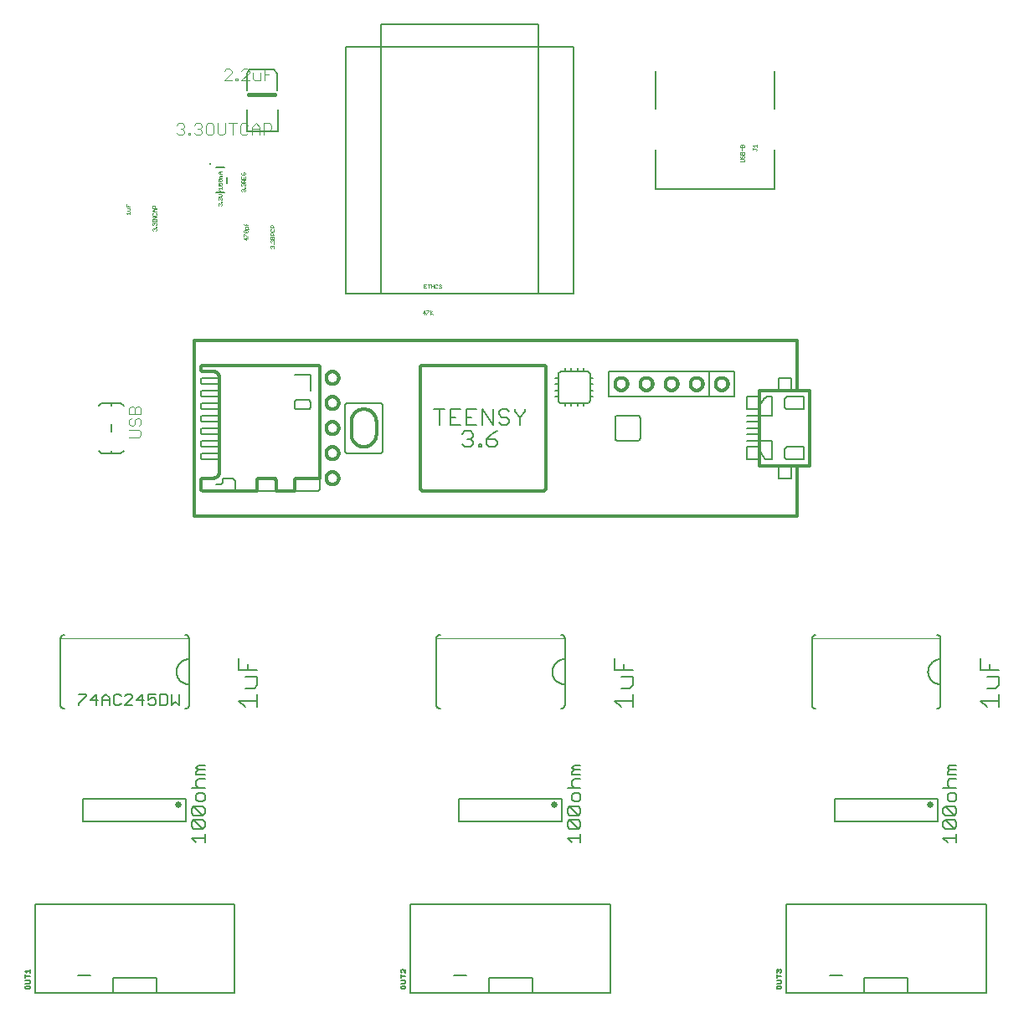
<source format=gto>
G75*
%MOIN*%
%OFA0B0*%
%FSLAX25Y25*%
%IPPOS*%
%LPD*%
%AMOC8*
5,1,8,0,0,1.08239X$1,22.5*
%
%ADD10C,0.01200*%
%ADD11C,0.00500*%
%ADD12C,0.00800*%
%ADD13C,0.00100*%
%ADD14C,0.01000*%
%ADD15C,0.01575*%
%ADD16C,0.00400*%
%ADD17C,0.00600*%
%ADD18C,0.00200*%
%ADD19C,0.02500*%
D10*
X0071984Y0200882D02*
X0071984Y0270882D01*
X0311984Y0270882D01*
X0311984Y0250882D01*
X0309484Y0250882D01*
X0304484Y0250882D01*
X0296984Y0250882D01*
X0296984Y0248382D01*
X0296984Y0244632D01*
X0296984Y0243382D01*
X0296984Y0240882D01*
X0296984Y0238382D01*
X0296984Y0235882D01*
X0296984Y0233382D01*
X0296984Y0230882D01*
X0296984Y0228382D01*
X0296984Y0227132D01*
X0296984Y0223382D01*
X0296984Y0220882D01*
X0304484Y0220882D01*
X0309484Y0220882D01*
X0311984Y0220882D01*
X0311984Y0200882D01*
X0071984Y0200882D01*
X0075484Y0210882D02*
X0088234Y0210882D01*
X0096984Y0210882D01*
X0096984Y0214882D01*
X0096986Y0214942D01*
X0096991Y0215003D01*
X0097000Y0215062D01*
X0097013Y0215121D01*
X0097029Y0215180D01*
X0097049Y0215237D01*
X0097072Y0215292D01*
X0097099Y0215347D01*
X0097128Y0215399D01*
X0097161Y0215450D01*
X0097197Y0215499D01*
X0097235Y0215545D01*
X0097277Y0215589D01*
X0097321Y0215631D01*
X0097367Y0215669D01*
X0097416Y0215705D01*
X0097467Y0215738D01*
X0097519Y0215767D01*
X0097574Y0215794D01*
X0097629Y0215817D01*
X0097686Y0215837D01*
X0097745Y0215853D01*
X0097804Y0215866D01*
X0097863Y0215875D01*
X0097924Y0215880D01*
X0097984Y0215882D01*
X0103484Y0215882D01*
X0103544Y0215880D01*
X0103605Y0215875D01*
X0103664Y0215866D01*
X0103723Y0215853D01*
X0103782Y0215837D01*
X0103839Y0215817D01*
X0103894Y0215794D01*
X0103949Y0215767D01*
X0104001Y0215738D01*
X0104052Y0215705D01*
X0104101Y0215669D01*
X0104147Y0215631D01*
X0104191Y0215589D01*
X0104233Y0215545D01*
X0104271Y0215499D01*
X0104307Y0215450D01*
X0104340Y0215399D01*
X0104369Y0215347D01*
X0104396Y0215292D01*
X0104419Y0215237D01*
X0104439Y0215180D01*
X0104455Y0215121D01*
X0104468Y0215062D01*
X0104477Y0215003D01*
X0104482Y0214942D01*
X0104484Y0214882D01*
X0104484Y0210882D01*
X0111984Y0210882D01*
X0111984Y0214882D01*
X0111986Y0214942D01*
X0111991Y0215003D01*
X0112000Y0215062D01*
X0112013Y0215121D01*
X0112029Y0215180D01*
X0112049Y0215237D01*
X0112072Y0215292D01*
X0112099Y0215347D01*
X0112128Y0215399D01*
X0112161Y0215450D01*
X0112197Y0215499D01*
X0112235Y0215545D01*
X0112277Y0215589D01*
X0112321Y0215631D01*
X0112367Y0215669D01*
X0112416Y0215705D01*
X0112467Y0215738D01*
X0112519Y0215767D01*
X0112574Y0215794D01*
X0112629Y0215817D01*
X0112686Y0215837D01*
X0112745Y0215853D01*
X0112804Y0215866D01*
X0112863Y0215875D01*
X0112924Y0215880D01*
X0112984Y0215882D01*
X0121984Y0215882D01*
X0121984Y0259882D01*
X0121982Y0259942D01*
X0121977Y0260003D01*
X0121968Y0260062D01*
X0121955Y0260121D01*
X0121939Y0260180D01*
X0121919Y0260237D01*
X0121896Y0260292D01*
X0121869Y0260347D01*
X0121840Y0260399D01*
X0121807Y0260450D01*
X0121771Y0260499D01*
X0121733Y0260545D01*
X0121691Y0260589D01*
X0121647Y0260631D01*
X0121601Y0260669D01*
X0121552Y0260705D01*
X0121501Y0260738D01*
X0121449Y0260767D01*
X0121394Y0260794D01*
X0121339Y0260817D01*
X0121282Y0260837D01*
X0121223Y0260853D01*
X0121164Y0260866D01*
X0121105Y0260875D01*
X0121044Y0260880D01*
X0120984Y0260882D01*
X0075484Y0260882D01*
X0075424Y0260880D01*
X0075363Y0260875D01*
X0075304Y0260866D01*
X0075245Y0260853D01*
X0075186Y0260837D01*
X0075129Y0260817D01*
X0075074Y0260794D01*
X0075019Y0260767D01*
X0074967Y0260738D01*
X0074916Y0260705D01*
X0074867Y0260669D01*
X0074821Y0260631D01*
X0074777Y0260589D01*
X0074735Y0260545D01*
X0074697Y0260499D01*
X0074661Y0260450D01*
X0074628Y0260399D01*
X0074599Y0260347D01*
X0074572Y0260292D01*
X0074549Y0260237D01*
X0074529Y0260180D01*
X0074513Y0260121D01*
X0074500Y0260062D01*
X0074491Y0260003D01*
X0074486Y0259942D01*
X0074484Y0259882D01*
X0074484Y0259632D01*
X0074486Y0259564D01*
X0074491Y0259497D01*
X0074500Y0259430D01*
X0074513Y0259363D01*
X0074530Y0259298D01*
X0074549Y0259233D01*
X0074573Y0259169D01*
X0074600Y0259107D01*
X0074630Y0259046D01*
X0074663Y0258988D01*
X0074699Y0258931D01*
X0074739Y0258876D01*
X0074781Y0258823D01*
X0074827Y0258772D01*
X0074874Y0258725D01*
X0074925Y0258679D01*
X0074978Y0258637D01*
X0075033Y0258597D01*
X0075090Y0258561D01*
X0075148Y0258528D01*
X0075209Y0258498D01*
X0075271Y0258471D01*
X0075335Y0258447D01*
X0075400Y0258428D01*
X0075465Y0258411D01*
X0075532Y0258398D01*
X0075599Y0258389D01*
X0075666Y0258384D01*
X0075734Y0258382D01*
X0079484Y0258382D01*
X0079582Y0258380D01*
X0079680Y0258374D01*
X0079778Y0258365D01*
X0079875Y0258351D01*
X0079972Y0258334D01*
X0080068Y0258313D01*
X0080163Y0258288D01*
X0080257Y0258260D01*
X0080349Y0258227D01*
X0080441Y0258192D01*
X0080531Y0258152D01*
X0080619Y0258110D01*
X0080706Y0258063D01*
X0080790Y0258014D01*
X0080873Y0257961D01*
X0080953Y0257905D01*
X0081032Y0257845D01*
X0081108Y0257783D01*
X0081181Y0257718D01*
X0081252Y0257650D01*
X0081320Y0257579D01*
X0081385Y0257506D01*
X0081447Y0257430D01*
X0081507Y0257351D01*
X0081563Y0257271D01*
X0081616Y0257188D01*
X0081665Y0257104D01*
X0081712Y0257017D01*
X0081754Y0256929D01*
X0081794Y0256839D01*
X0081829Y0256747D01*
X0081862Y0256655D01*
X0081890Y0256561D01*
X0081915Y0256466D01*
X0081936Y0256370D01*
X0081953Y0256273D01*
X0081967Y0256176D01*
X0081976Y0256078D01*
X0081982Y0255980D01*
X0081984Y0255882D01*
X0081984Y0253382D01*
X0081984Y0250882D01*
X0081984Y0248382D01*
X0081984Y0245882D01*
X0081984Y0243382D01*
X0081984Y0240882D01*
X0081984Y0238382D01*
X0081984Y0235882D01*
X0081984Y0233382D01*
X0081984Y0230882D01*
X0081984Y0228382D01*
X0081984Y0225882D01*
X0081984Y0223382D01*
X0081984Y0218382D01*
X0081982Y0218284D01*
X0081976Y0218186D01*
X0081967Y0218088D01*
X0081953Y0217991D01*
X0081936Y0217894D01*
X0081915Y0217798D01*
X0081890Y0217703D01*
X0081862Y0217609D01*
X0081829Y0217517D01*
X0081794Y0217425D01*
X0081754Y0217335D01*
X0081712Y0217247D01*
X0081665Y0217160D01*
X0081616Y0217076D01*
X0081563Y0216993D01*
X0081507Y0216913D01*
X0081447Y0216834D01*
X0081385Y0216758D01*
X0081320Y0216685D01*
X0081252Y0216614D01*
X0081181Y0216546D01*
X0081108Y0216481D01*
X0081032Y0216419D01*
X0080953Y0216359D01*
X0080873Y0216303D01*
X0080790Y0216250D01*
X0080706Y0216201D01*
X0080619Y0216154D01*
X0080531Y0216112D01*
X0080441Y0216072D01*
X0080349Y0216037D01*
X0080257Y0216004D01*
X0080163Y0215976D01*
X0080068Y0215951D01*
X0079972Y0215930D01*
X0079875Y0215913D01*
X0079778Y0215899D01*
X0079680Y0215890D01*
X0079582Y0215884D01*
X0079484Y0215882D01*
X0075734Y0215882D01*
X0075666Y0215880D01*
X0075599Y0215875D01*
X0075532Y0215866D01*
X0075465Y0215853D01*
X0075400Y0215836D01*
X0075335Y0215817D01*
X0075271Y0215793D01*
X0075209Y0215766D01*
X0075148Y0215736D01*
X0075090Y0215703D01*
X0075033Y0215667D01*
X0074978Y0215627D01*
X0074925Y0215585D01*
X0074874Y0215539D01*
X0074827Y0215492D01*
X0074781Y0215441D01*
X0074739Y0215388D01*
X0074699Y0215333D01*
X0074663Y0215276D01*
X0074630Y0215218D01*
X0074600Y0215157D01*
X0074573Y0215095D01*
X0074549Y0215031D01*
X0074530Y0214966D01*
X0074513Y0214901D01*
X0074500Y0214834D01*
X0074491Y0214767D01*
X0074486Y0214700D01*
X0074484Y0214632D01*
X0074484Y0211882D01*
X0074486Y0211822D01*
X0074491Y0211761D01*
X0074500Y0211702D01*
X0074513Y0211643D01*
X0074529Y0211584D01*
X0074549Y0211527D01*
X0074572Y0211472D01*
X0074599Y0211417D01*
X0074628Y0211365D01*
X0074661Y0211314D01*
X0074697Y0211265D01*
X0074735Y0211219D01*
X0074777Y0211175D01*
X0074821Y0211133D01*
X0074867Y0211095D01*
X0074916Y0211059D01*
X0074967Y0211026D01*
X0075019Y0210997D01*
X0075074Y0210970D01*
X0075129Y0210947D01*
X0075186Y0210927D01*
X0075245Y0210911D01*
X0075304Y0210898D01*
X0075363Y0210889D01*
X0075424Y0210884D01*
X0075484Y0210882D01*
X0124484Y0215882D02*
X0124486Y0215981D01*
X0124492Y0216081D01*
X0124502Y0216180D01*
X0124516Y0216278D01*
X0124533Y0216376D01*
X0124555Y0216473D01*
X0124580Y0216569D01*
X0124609Y0216664D01*
X0124642Y0216758D01*
X0124679Y0216850D01*
X0124719Y0216941D01*
X0124763Y0217030D01*
X0124811Y0217118D01*
X0124862Y0217203D01*
X0124916Y0217286D01*
X0124973Y0217368D01*
X0125034Y0217446D01*
X0125098Y0217523D01*
X0125164Y0217596D01*
X0125234Y0217667D01*
X0125306Y0217735D01*
X0125381Y0217801D01*
X0125459Y0217863D01*
X0125539Y0217922D01*
X0125621Y0217978D01*
X0125705Y0218030D01*
X0125792Y0218079D01*
X0125880Y0218125D01*
X0125970Y0218167D01*
X0126062Y0218206D01*
X0126155Y0218241D01*
X0126249Y0218272D01*
X0126345Y0218299D01*
X0126442Y0218322D01*
X0126539Y0218342D01*
X0126637Y0218358D01*
X0126736Y0218370D01*
X0126835Y0218378D01*
X0126934Y0218382D01*
X0127034Y0218382D01*
X0127133Y0218378D01*
X0127232Y0218370D01*
X0127331Y0218358D01*
X0127429Y0218342D01*
X0127526Y0218322D01*
X0127623Y0218299D01*
X0127719Y0218272D01*
X0127813Y0218241D01*
X0127906Y0218206D01*
X0127998Y0218167D01*
X0128088Y0218125D01*
X0128176Y0218079D01*
X0128263Y0218030D01*
X0128347Y0217978D01*
X0128429Y0217922D01*
X0128509Y0217863D01*
X0128587Y0217801D01*
X0128662Y0217735D01*
X0128734Y0217667D01*
X0128804Y0217596D01*
X0128870Y0217523D01*
X0128934Y0217446D01*
X0128995Y0217368D01*
X0129052Y0217286D01*
X0129106Y0217203D01*
X0129157Y0217118D01*
X0129205Y0217030D01*
X0129249Y0216941D01*
X0129289Y0216850D01*
X0129326Y0216758D01*
X0129359Y0216664D01*
X0129388Y0216569D01*
X0129413Y0216473D01*
X0129435Y0216376D01*
X0129452Y0216278D01*
X0129466Y0216180D01*
X0129476Y0216081D01*
X0129482Y0215981D01*
X0129484Y0215882D01*
X0129482Y0215783D01*
X0129476Y0215683D01*
X0129466Y0215584D01*
X0129452Y0215486D01*
X0129435Y0215388D01*
X0129413Y0215291D01*
X0129388Y0215195D01*
X0129359Y0215100D01*
X0129326Y0215006D01*
X0129289Y0214914D01*
X0129249Y0214823D01*
X0129205Y0214734D01*
X0129157Y0214646D01*
X0129106Y0214561D01*
X0129052Y0214478D01*
X0128995Y0214396D01*
X0128934Y0214318D01*
X0128870Y0214241D01*
X0128804Y0214168D01*
X0128734Y0214097D01*
X0128662Y0214029D01*
X0128587Y0213963D01*
X0128509Y0213901D01*
X0128429Y0213842D01*
X0128347Y0213786D01*
X0128263Y0213734D01*
X0128176Y0213685D01*
X0128088Y0213639D01*
X0127998Y0213597D01*
X0127906Y0213558D01*
X0127813Y0213523D01*
X0127719Y0213492D01*
X0127623Y0213465D01*
X0127526Y0213442D01*
X0127429Y0213422D01*
X0127331Y0213406D01*
X0127232Y0213394D01*
X0127133Y0213386D01*
X0127034Y0213382D01*
X0126934Y0213382D01*
X0126835Y0213386D01*
X0126736Y0213394D01*
X0126637Y0213406D01*
X0126539Y0213422D01*
X0126442Y0213442D01*
X0126345Y0213465D01*
X0126249Y0213492D01*
X0126155Y0213523D01*
X0126062Y0213558D01*
X0125970Y0213597D01*
X0125880Y0213639D01*
X0125792Y0213685D01*
X0125705Y0213734D01*
X0125621Y0213786D01*
X0125539Y0213842D01*
X0125459Y0213901D01*
X0125381Y0213963D01*
X0125306Y0214029D01*
X0125234Y0214097D01*
X0125164Y0214168D01*
X0125098Y0214241D01*
X0125034Y0214318D01*
X0124973Y0214396D01*
X0124916Y0214478D01*
X0124862Y0214561D01*
X0124811Y0214646D01*
X0124763Y0214734D01*
X0124719Y0214823D01*
X0124679Y0214914D01*
X0124642Y0215006D01*
X0124609Y0215100D01*
X0124580Y0215195D01*
X0124555Y0215291D01*
X0124533Y0215388D01*
X0124516Y0215486D01*
X0124502Y0215584D01*
X0124492Y0215683D01*
X0124486Y0215783D01*
X0124484Y0215882D01*
X0124484Y0225882D02*
X0124486Y0225981D01*
X0124492Y0226081D01*
X0124502Y0226180D01*
X0124516Y0226278D01*
X0124533Y0226376D01*
X0124555Y0226473D01*
X0124580Y0226569D01*
X0124609Y0226664D01*
X0124642Y0226758D01*
X0124679Y0226850D01*
X0124719Y0226941D01*
X0124763Y0227030D01*
X0124811Y0227118D01*
X0124862Y0227203D01*
X0124916Y0227286D01*
X0124973Y0227368D01*
X0125034Y0227446D01*
X0125098Y0227523D01*
X0125164Y0227596D01*
X0125234Y0227667D01*
X0125306Y0227735D01*
X0125381Y0227801D01*
X0125459Y0227863D01*
X0125539Y0227922D01*
X0125621Y0227978D01*
X0125705Y0228030D01*
X0125792Y0228079D01*
X0125880Y0228125D01*
X0125970Y0228167D01*
X0126062Y0228206D01*
X0126155Y0228241D01*
X0126249Y0228272D01*
X0126345Y0228299D01*
X0126442Y0228322D01*
X0126539Y0228342D01*
X0126637Y0228358D01*
X0126736Y0228370D01*
X0126835Y0228378D01*
X0126934Y0228382D01*
X0127034Y0228382D01*
X0127133Y0228378D01*
X0127232Y0228370D01*
X0127331Y0228358D01*
X0127429Y0228342D01*
X0127526Y0228322D01*
X0127623Y0228299D01*
X0127719Y0228272D01*
X0127813Y0228241D01*
X0127906Y0228206D01*
X0127998Y0228167D01*
X0128088Y0228125D01*
X0128176Y0228079D01*
X0128263Y0228030D01*
X0128347Y0227978D01*
X0128429Y0227922D01*
X0128509Y0227863D01*
X0128587Y0227801D01*
X0128662Y0227735D01*
X0128734Y0227667D01*
X0128804Y0227596D01*
X0128870Y0227523D01*
X0128934Y0227446D01*
X0128995Y0227368D01*
X0129052Y0227286D01*
X0129106Y0227203D01*
X0129157Y0227118D01*
X0129205Y0227030D01*
X0129249Y0226941D01*
X0129289Y0226850D01*
X0129326Y0226758D01*
X0129359Y0226664D01*
X0129388Y0226569D01*
X0129413Y0226473D01*
X0129435Y0226376D01*
X0129452Y0226278D01*
X0129466Y0226180D01*
X0129476Y0226081D01*
X0129482Y0225981D01*
X0129484Y0225882D01*
X0129482Y0225783D01*
X0129476Y0225683D01*
X0129466Y0225584D01*
X0129452Y0225486D01*
X0129435Y0225388D01*
X0129413Y0225291D01*
X0129388Y0225195D01*
X0129359Y0225100D01*
X0129326Y0225006D01*
X0129289Y0224914D01*
X0129249Y0224823D01*
X0129205Y0224734D01*
X0129157Y0224646D01*
X0129106Y0224561D01*
X0129052Y0224478D01*
X0128995Y0224396D01*
X0128934Y0224318D01*
X0128870Y0224241D01*
X0128804Y0224168D01*
X0128734Y0224097D01*
X0128662Y0224029D01*
X0128587Y0223963D01*
X0128509Y0223901D01*
X0128429Y0223842D01*
X0128347Y0223786D01*
X0128263Y0223734D01*
X0128176Y0223685D01*
X0128088Y0223639D01*
X0127998Y0223597D01*
X0127906Y0223558D01*
X0127813Y0223523D01*
X0127719Y0223492D01*
X0127623Y0223465D01*
X0127526Y0223442D01*
X0127429Y0223422D01*
X0127331Y0223406D01*
X0127232Y0223394D01*
X0127133Y0223386D01*
X0127034Y0223382D01*
X0126934Y0223382D01*
X0126835Y0223386D01*
X0126736Y0223394D01*
X0126637Y0223406D01*
X0126539Y0223422D01*
X0126442Y0223442D01*
X0126345Y0223465D01*
X0126249Y0223492D01*
X0126155Y0223523D01*
X0126062Y0223558D01*
X0125970Y0223597D01*
X0125880Y0223639D01*
X0125792Y0223685D01*
X0125705Y0223734D01*
X0125621Y0223786D01*
X0125539Y0223842D01*
X0125459Y0223901D01*
X0125381Y0223963D01*
X0125306Y0224029D01*
X0125234Y0224097D01*
X0125164Y0224168D01*
X0125098Y0224241D01*
X0125034Y0224318D01*
X0124973Y0224396D01*
X0124916Y0224478D01*
X0124862Y0224561D01*
X0124811Y0224646D01*
X0124763Y0224734D01*
X0124719Y0224823D01*
X0124679Y0224914D01*
X0124642Y0225006D01*
X0124609Y0225100D01*
X0124580Y0225195D01*
X0124555Y0225291D01*
X0124533Y0225388D01*
X0124516Y0225486D01*
X0124502Y0225584D01*
X0124492Y0225683D01*
X0124486Y0225783D01*
X0124484Y0225882D01*
X0134484Y0233382D02*
X0134484Y0238382D01*
X0124484Y0235882D02*
X0124486Y0235981D01*
X0124492Y0236081D01*
X0124502Y0236180D01*
X0124516Y0236278D01*
X0124533Y0236376D01*
X0124555Y0236473D01*
X0124580Y0236569D01*
X0124609Y0236664D01*
X0124642Y0236758D01*
X0124679Y0236850D01*
X0124719Y0236941D01*
X0124763Y0237030D01*
X0124811Y0237118D01*
X0124862Y0237203D01*
X0124916Y0237286D01*
X0124973Y0237368D01*
X0125034Y0237446D01*
X0125098Y0237523D01*
X0125164Y0237596D01*
X0125234Y0237667D01*
X0125306Y0237735D01*
X0125381Y0237801D01*
X0125459Y0237863D01*
X0125539Y0237922D01*
X0125621Y0237978D01*
X0125705Y0238030D01*
X0125792Y0238079D01*
X0125880Y0238125D01*
X0125970Y0238167D01*
X0126062Y0238206D01*
X0126155Y0238241D01*
X0126249Y0238272D01*
X0126345Y0238299D01*
X0126442Y0238322D01*
X0126539Y0238342D01*
X0126637Y0238358D01*
X0126736Y0238370D01*
X0126835Y0238378D01*
X0126934Y0238382D01*
X0127034Y0238382D01*
X0127133Y0238378D01*
X0127232Y0238370D01*
X0127331Y0238358D01*
X0127429Y0238342D01*
X0127526Y0238322D01*
X0127623Y0238299D01*
X0127719Y0238272D01*
X0127813Y0238241D01*
X0127906Y0238206D01*
X0127998Y0238167D01*
X0128088Y0238125D01*
X0128176Y0238079D01*
X0128263Y0238030D01*
X0128347Y0237978D01*
X0128429Y0237922D01*
X0128509Y0237863D01*
X0128587Y0237801D01*
X0128662Y0237735D01*
X0128734Y0237667D01*
X0128804Y0237596D01*
X0128870Y0237523D01*
X0128934Y0237446D01*
X0128995Y0237368D01*
X0129052Y0237286D01*
X0129106Y0237203D01*
X0129157Y0237118D01*
X0129205Y0237030D01*
X0129249Y0236941D01*
X0129289Y0236850D01*
X0129326Y0236758D01*
X0129359Y0236664D01*
X0129388Y0236569D01*
X0129413Y0236473D01*
X0129435Y0236376D01*
X0129452Y0236278D01*
X0129466Y0236180D01*
X0129476Y0236081D01*
X0129482Y0235981D01*
X0129484Y0235882D01*
X0129482Y0235783D01*
X0129476Y0235683D01*
X0129466Y0235584D01*
X0129452Y0235486D01*
X0129435Y0235388D01*
X0129413Y0235291D01*
X0129388Y0235195D01*
X0129359Y0235100D01*
X0129326Y0235006D01*
X0129289Y0234914D01*
X0129249Y0234823D01*
X0129205Y0234734D01*
X0129157Y0234646D01*
X0129106Y0234561D01*
X0129052Y0234478D01*
X0128995Y0234396D01*
X0128934Y0234318D01*
X0128870Y0234241D01*
X0128804Y0234168D01*
X0128734Y0234097D01*
X0128662Y0234029D01*
X0128587Y0233963D01*
X0128509Y0233901D01*
X0128429Y0233842D01*
X0128347Y0233786D01*
X0128263Y0233734D01*
X0128176Y0233685D01*
X0128088Y0233639D01*
X0127998Y0233597D01*
X0127906Y0233558D01*
X0127813Y0233523D01*
X0127719Y0233492D01*
X0127623Y0233465D01*
X0127526Y0233442D01*
X0127429Y0233422D01*
X0127331Y0233406D01*
X0127232Y0233394D01*
X0127133Y0233386D01*
X0127034Y0233382D01*
X0126934Y0233382D01*
X0126835Y0233386D01*
X0126736Y0233394D01*
X0126637Y0233406D01*
X0126539Y0233422D01*
X0126442Y0233442D01*
X0126345Y0233465D01*
X0126249Y0233492D01*
X0126155Y0233523D01*
X0126062Y0233558D01*
X0125970Y0233597D01*
X0125880Y0233639D01*
X0125792Y0233685D01*
X0125705Y0233734D01*
X0125621Y0233786D01*
X0125539Y0233842D01*
X0125459Y0233901D01*
X0125381Y0233963D01*
X0125306Y0234029D01*
X0125234Y0234097D01*
X0125164Y0234168D01*
X0125098Y0234241D01*
X0125034Y0234318D01*
X0124973Y0234396D01*
X0124916Y0234478D01*
X0124862Y0234561D01*
X0124811Y0234646D01*
X0124763Y0234734D01*
X0124719Y0234823D01*
X0124679Y0234914D01*
X0124642Y0235006D01*
X0124609Y0235100D01*
X0124580Y0235195D01*
X0124555Y0235291D01*
X0124533Y0235388D01*
X0124516Y0235486D01*
X0124502Y0235584D01*
X0124492Y0235683D01*
X0124486Y0235783D01*
X0124484Y0235882D01*
X0124484Y0245882D02*
X0124486Y0245981D01*
X0124492Y0246081D01*
X0124502Y0246180D01*
X0124516Y0246278D01*
X0124533Y0246376D01*
X0124555Y0246473D01*
X0124580Y0246569D01*
X0124609Y0246664D01*
X0124642Y0246758D01*
X0124679Y0246850D01*
X0124719Y0246941D01*
X0124763Y0247030D01*
X0124811Y0247118D01*
X0124862Y0247203D01*
X0124916Y0247286D01*
X0124973Y0247368D01*
X0125034Y0247446D01*
X0125098Y0247523D01*
X0125164Y0247596D01*
X0125234Y0247667D01*
X0125306Y0247735D01*
X0125381Y0247801D01*
X0125459Y0247863D01*
X0125539Y0247922D01*
X0125621Y0247978D01*
X0125705Y0248030D01*
X0125792Y0248079D01*
X0125880Y0248125D01*
X0125970Y0248167D01*
X0126062Y0248206D01*
X0126155Y0248241D01*
X0126249Y0248272D01*
X0126345Y0248299D01*
X0126442Y0248322D01*
X0126539Y0248342D01*
X0126637Y0248358D01*
X0126736Y0248370D01*
X0126835Y0248378D01*
X0126934Y0248382D01*
X0127034Y0248382D01*
X0127133Y0248378D01*
X0127232Y0248370D01*
X0127331Y0248358D01*
X0127429Y0248342D01*
X0127526Y0248322D01*
X0127623Y0248299D01*
X0127719Y0248272D01*
X0127813Y0248241D01*
X0127906Y0248206D01*
X0127998Y0248167D01*
X0128088Y0248125D01*
X0128176Y0248079D01*
X0128263Y0248030D01*
X0128347Y0247978D01*
X0128429Y0247922D01*
X0128509Y0247863D01*
X0128587Y0247801D01*
X0128662Y0247735D01*
X0128734Y0247667D01*
X0128804Y0247596D01*
X0128870Y0247523D01*
X0128934Y0247446D01*
X0128995Y0247368D01*
X0129052Y0247286D01*
X0129106Y0247203D01*
X0129157Y0247118D01*
X0129205Y0247030D01*
X0129249Y0246941D01*
X0129289Y0246850D01*
X0129326Y0246758D01*
X0129359Y0246664D01*
X0129388Y0246569D01*
X0129413Y0246473D01*
X0129435Y0246376D01*
X0129452Y0246278D01*
X0129466Y0246180D01*
X0129476Y0246081D01*
X0129482Y0245981D01*
X0129484Y0245882D01*
X0129482Y0245783D01*
X0129476Y0245683D01*
X0129466Y0245584D01*
X0129452Y0245486D01*
X0129435Y0245388D01*
X0129413Y0245291D01*
X0129388Y0245195D01*
X0129359Y0245100D01*
X0129326Y0245006D01*
X0129289Y0244914D01*
X0129249Y0244823D01*
X0129205Y0244734D01*
X0129157Y0244646D01*
X0129106Y0244561D01*
X0129052Y0244478D01*
X0128995Y0244396D01*
X0128934Y0244318D01*
X0128870Y0244241D01*
X0128804Y0244168D01*
X0128734Y0244097D01*
X0128662Y0244029D01*
X0128587Y0243963D01*
X0128509Y0243901D01*
X0128429Y0243842D01*
X0128347Y0243786D01*
X0128263Y0243734D01*
X0128176Y0243685D01*
X0128088Y0243639D01*
X0127998Y0243597D01*
X0127906Y0243558D01*
X0127813Y0243523D01*
X0127719Y0243492D01*
X0127623Y0243465D01*
X0127526Y0243442D01*
X0127429Y0243422D01*
X0127331Y0243406D01*
X0127232Y0243394D01*
X0127133Y0243386D01*
X0127034Y0243382D01*
X0126934Y0243382D01*
X0126835Y0243386D01*
X0126736Y0243394D01*
X0126637Y0243406D01*
X0126539Y0243422D01*
X0126442Y0243442D01*
X0126345Y0243465D01*
X0126249Y0243492D01*
X0126155Y0243523D01*
X0126062Y0243558D01*
X0125970Y0243597D01*
X0125880Y0243639D01*
X0125792Y0243685D01*
X0125705Y0243734D01*
X0125621Y0243786D01*
X0125539Y0243842D01*
X0125459Y0243901D01*
X0125381Y0243963D01*
X0125306Y0244029D01*
X0125234Y0244097D01*
X0125164Y0244168D01*
X0125098Y0244241D01*
X0125034Y0244318D01*
X0124973Y0244396D01*
X0124916Y0244478D01*
X0124862Y0244561D01*
X0124811Y0244646D01*
X0124763Y0244734D01*
X0124719Y0244823D01*
X0124679Y0244914D01*
X0124642Y0245006D01*
X0124609Y0245100D01*
X0124580Y0245195D01*
X0124555Y0245291D01*
X0124533Y0245388D01*
X0124516Y0245486D01*
X0124502Y0245584D01*
X0124492Y0245683D01*
X0124486Y0245783D01*
X0124484Y0245882D01*
X0124484Y0255882D02*
X0124486Y0255981D01*
X0124492Y0256081D01*
X0124502Y0256180D01*
X0124516Y0256278D01*
X0124533Y0256376D01*
X0124555Y0256473D01*
X0124580Y0256569D01*
X0124609Y0256664D01*
X0124642Y0256758D01*
X0124679Y0256850D01*
X0124719Y0256941D01*
X0124763Y0257030D01*
X0124811Y0257118D01*
X0124862Y0257203D01*
X0124916Y0257286D01*
X0124973Y0257368D01*
X0125034Y0257446D01*
X0125098Y0257523D01*
X0125164Y0257596D01*
X0125234Y0257667D01*
X0125306Y0257735D01*
X0125381Y0257801D01*
X0125459Y0257863D01*
X0125539Y0257922D01*
X0125621Y0257978D01*
X0125705Y0258030D01*
X0125792Y0258079D01*
X0125880Y0258125D01*
X0125970Y0258167D01*
X0126062Y0258206D01*
X0126155Y0258241D01*
X0126249Y0258272D01*
X0126345Y0258299D01*
X0126442Y0258322D01*
X0126539Y0258342D01*
X0126637Y0258358D01*
X0126736Y0258370D01*
X0126835Y0258378D01*
X0126934Y0258382D01*
X0127034Y0258382D01*
X0127133Y0258378D01*
X0127232Y0258370D01*
X0127331Y0258358D01*
X0127429Y0258342D01*
X0127526Y0258322D01*
X0127623Y0258299D01*
X0127719Y0258272D01*
X0127813Y0258241D01*
X0127906Y0258206D01*
X0127998Y0258167D01*
X0128088Y0258125D01*
X0128176Y0258079D01*
X0128263Y0258030D01*
X0128347Y0257978D01*
X0128429Y0257922D01*
X0128509Y0257863D01*
X0128587Y0257801D01*
X0128662Y0257735D01*
X0128734Y0257667D01*
X0128804Y0257596D01*
X0128870Y0257523D01*
X0128934Y0257446D01*
X0128995Y0257368D01*
X0129052Y0257286D01*
X0129106Y0257203D01*
X0129157Y0257118D01*
X0129205Y0257030D01*
X0129249Y0256941D01*
X0129289Y0256850D01*
X0129326Y0256758D01*
X0129359Y0256664D01*
X0129388Y0256569D01*
X0129413Y0256473D01*
X0129435Y0256376D01*
X0129452Y0256278D01*
X0129466Y0256180D01*
X0129476Y0256081D01*
X0129482Y0255981D01*
X0129484Y0255882D01*
X0129482Y0255783D01*
X0129476Y0255683D01*
X0129466Y0255584D01*
X0129452Y0255486D01*
X0129435Y0255388D01*
X0129413Y0255291D01*
X0129388Y0255195D01*
X0129359Y0255100D01*
X0129326Y0255006D01*
X0129289Y0254914D01*
X0129249Y0254823D01*
X0129205Y0254734D01*
X0129157Y0254646D01*
X0129106Y0254561D01*
X0129052Y0254478D01*
X0128995Y0254396D01*
X0128934Y0254318D01*
X0128870Y0254241D01*
X0128804Y0254168D01*
X0128734Y0254097D01*
X0128662Y0254029D01*
X0128587Y0253963D01*
X0128509Y0253901D01*
X0128429Y0253842D01*
X0128347Y0253786D01*
X0128263Y0253734D01*
X0128176Y0253685D01*
X0128088Y0253639D01*
X0127998Y0253597D01*
X0127906Y0253558D01*
X0127813Y0253523D01*
X0127719Y0253492D01*
X0127623Y0253465D01*
X0127526Y0253442D01*
X0127429Y0253422D01*
X0127331Y0253406D01*
X0127232Y0253394D01*
X0127133Y0253386D01*
X0127034Y0253382D01*
X0126934Y0253382D01*
X0126835Y0253386D01*
X0126736Y0253394D01*
X0126637Y0253406D01*
X0126539Y0253422D01*
X0126442Y0253442D01*
X0126345Y0253465D01*
X0126249Y0253492D01*
X0126155Y0253523D01*
X0126062Y0253558D01*
X0125970Y0253597D01*
X0125880Y0253639D01*
X0125792Y0253685D01*
X0125705Y0253734D01*
X0125621Y0253786D01*
X0125539Y0253842D01*
X0125459Y0253901D01*
X0125381Y0253963D01*
X0125306Y0254029D01*
X0125234Y0254097D01*
X0125164Y0254168D01*
X0125098Y0254241D01*
X0125034Y0254318D01*
X0124973Y0254396D01*
X0124916Y0254478D01*
X0124862Y0254561D01*
X0124811Y0254646D01*
X0124763Y0254734D01*
X0124719Y0254823D01*
X0124679Y0254914D01*
X0124642Y0255006D01*
X0124609Y0255100D01*
X0124580Y0255195D01*
X0124555Y0255291D01*
X0124533Y0255388D01*
X0124516Y0255486D01*
X0124502Y0255584D01*
X0124492Y0255683D01*
X0124486Y0255783D01*
X0124484Y0255882D01*
X0139484Y0243382D02*
X0139344Y0243380D01*
X0139204Y0243374D01*
X0139064Y0243364D01*
X0138924Y0243351D01*
X0138785Y0243333D01*
X0138646Y0243311D01*
X0138509Y0243286D01*
X0138371Y0243257D01*
X0138235Y0243224D01*
X0138100Y0243187D01*
X0137966Y0243146D01*
X0137833Y0243101D01*
X0137701Y0243053D01*
X0137571Y0243001D01*
X0137442Y0242946D01*
X0137315Y0242887D01*
X0137189Y0242824D01*
X0137065Y0242758D01*
X0136944Y0242689D01*
X0136824Y0242616D01*
X0136706Y0242539D01*
X0136591Y0242460D01*
X0136477Y0242377D01*
X0136367Y0242291D01*
X0136258Y0242202D01*
X0136152Y0242110D01*
X0136049Y0242015D01*
X0135948Y0241918D01*
X0135851Y0241817D01*
X0135756Y0241714D01*
X0135664Y0241608D01*
X0135575Y0241499D01*
X0135489Y0241389D01*
X0135406Y0241275D01*
X0135327Y0241160D01*
X0135250Y0241042D01*
X0135177Y0240922D01*
X0135108Y0240801D01*
X0135042Y0240677D01*
X0134979Y0240551D01*
X0134920Y0240424D01*
X0134865Y0240295D01*
X0134813Y0240165D01*
X0134765Y0240033D01*
X0134720Y0239900D01*
X0134679Y0239766D01*
X0134642Y0239631D01*
X0134609Y0239495D01*
X0134580Y0239357D01*
X0134555Y0239220D01*
X0134533Y0239081D01*
X0134515Y0238942D01*
X0134502Y0238802D01*
X0134492Y0238662D01*
X0134486Y0238522D01*
X0134484Y0238382D01*
X0139484Y0243382D02*
X0139624Y0243380D01*
X0139764Y0243374D01*
X0139904Y0243364D01*
X0140044Y0243351D01*
X0140183Y0243333D01*
X0140322Y0243311D01*
X0140459Y0243286D01*
X0140597Y0243257D01*
X0140733Y0243224D01*
X0140868Y0243187D01*
X0141002Y0243146D01*
X0141135Y0243101D01*
X0141267Y0243053D01*
X0141397Y0243001D01*
X0141526Y0242946D01*
X0141653Y0242887D01*
X0141779Y0242824D01*
X0141903Y0242758D01*
X0142024Y0242689D01*
X0142144Y0242616D01*
X0142262Y0242539D01*
X0142377Y0242460D01*
X0142491Y0242377D01*
X0142601Y0242291D01*
X0142710Y0242202D01*
X0142816Y0242110D01*
X0142919Y0242015D01*
X0143020Y0241918D01*
X0143117Y0241817D01*
X0143212Y0241714D01*
X0143304Y0241608D01*
X0143393Y0241499D01*
X0143479Y0241389D01*
X0143562Y0241275D01*
X0143641Y0241160D01*
X0143718Y0241042D01*
X0143791Y0240922D01*
X0143860Y0240801D01*
X0143926Y0240677D01*
X0143989Y0240551D01*
X0144048Y0240424D01*
X0144103Y0240295D01*
X0144155Y0240165D01*
X0144203Y0240033D01*
X0144248Y0239900D01*
X0144289Y0239766D01*
X0144326Y0239631D01*
X0144359Y0239495D01*
X0144388Y0239357D01*
X0144413Y0239220D01*
X0144435Y0239081D01*
X0144453Y0238942D01*
X0144466Y0238802D01*
X0144476Y0238662D01*
X0144482Y0238522D01*
X0144484Y0238382D01*
X0144484Y0233382D01*
X0139484Y0228382D02*
X0139344Y0228384D01*
X0139204Y0228390D01*
X0139064Y0228400D01*
X0138924Y0228413D01*
X0138785Y0228431D01*
X0138646Y0228453D01*
X0138509Y0228478D01*
X0138371Y0228507D01*
X0138235Y0228540D01*
X0138100Y0228577D01*
X0137966Y0228618D01*
X0137833Y0228663D01*
X0137701Y0228711D01*
X0137571Y0228763D01*
X0137442Y0228818D01*
X0137315Y0228877D01*
X0137189Y0228940D01*
X0137065Y0229006D01*
X0136944Y0229075D01*
X0136824Y0229148D01*
X0136706Y0229225D01*
X0136591Y0229304D01*
X0136477Y0229387D01*
X0136367Y0229473D01*
X0136258Y0229562D01*
X0136152Y0229654D01*
X0136049Y0229749D01*
X0135948Y0229846D01*
X0135851Y0229947D01*
X0135756Y0230050D01*
X0135664Y0230156D01*
X0135575Y0230265D01*
X0135489Y0230375D01*
X0135406Y0230489D01*
X0135327Y0230604D01*
X0135250Y0230722D01*
X0135177Y0230842D01*
X0135108Y0230963D01*
X0135042Y0231087D01*
X0134979Y0231213D01*
X0134920Y0231340D01*
X0134865Y0231469D01*
X0134813Y0231599D01*
X0134765Y0231731D01*
X0134720Y0231864D01*
X0134679Y0231998D01*
X0134642Y0232133D01*
X0134609Y0232269D01*
X0134580Y0232407D01*
X0134555Y0232544D01*
X0134533Y0232683D01*
X0134515Y0232822D01*
X0134502Y0232962D01*
X0134492Y0233102D01*
X0134486Y0233242D01*
X0134484Y0233382D01*
X0139484Y0228382D02*
X0139624Y0228384D01*
X0139764Y0228390D01*
X0139904Y0228400D01*
X0140044Y0228413D01*
X0140183Y0228431D01*
X0140322Y0228453D01*
X0140459Y0228478D01*
X0140597Y0228507D01*
X0140733Y0228540D01*
X0140868Y0228577D01*
X0141002Y0228618D01*
X0141135Y0228663D01*
X0141267Y0228711D01*
X0141397Y0228763D01*
X0141526Y0228818D01*
X0141653Y0228877D01*
X0141779Y0228940D01*
X0141903Y0229006D01*
X0142024Y0229075D01*
X0142144Y0229148D01*
X0142262Y0229225D01*
X0142377Y0229304D01*
X0142491Y0229387D01*
X0142601Y0229473D01*
X0142710Y0229562D01*
X0142816Y0229654D01*
X0142919Y0229749D01*
X0143020Y0229846D01*
X0143117Y0229947D01*
X0143212Y0230050D01*
X0143304Y0230156D01*
X0143393Y0230265D01*
X0143479Y0230375D01*
X0143562Y0230489D01*
X0143641Y0230604D01*
X0143718Y0230722D01*
X0143791Y0230842D01*
X0143860Y0230963D01*
X0143926Y0231087D01*
X0143989Y0231213D01*
X0144048Y0231340D01*
X0144103Y0231469D01*
X0144155Y0231599D01*
X0144203Y0231731D01*
X0144248Y0231864D01*
X0144289Y0231998D01*
X0144326Y0232133D01*
X0144359Y0232269D01*
X0144388Y0232407D01*
X0144413Y0232544D01*
X0144435Y0232683D01*
X0144453Y0232822D01*
X0144466Y0232962D01*
X0144476Y0233102D01*
X0144482Y0233242D01*
X0144484Y0233382D01*
X0161984Y0211882D02*
X0161984Y0259882D01*
X0161986Y0259942D01*
X0161991Y0260003D01*
X0162000Y0260062D01*
X0162013Y0260121D01*
X0162029Y0260180D01*
X0162049Y0260237D01*
X0162072Y0260292D01*
X0162099Y0260347D01*
X0162128Y0260399D01*
X0162161Y0260450D01*
X0162197Y0260499D01*
X0162235Y0260545D01*
X0162277Y0260589D01*
X0162321Y0260631D01*
X0162367Y0260669D01*
X0162416Y0260705D01*
X0162467Y0260738D01*
X0162519Y0260767D01*
X0162574Y0260794D01*
X0162629Y0260817D01*
X0162686Y0260837D01*
X0162745Y0260853D01*
X0162804Y0260866D01*
X0162863Y0260875D01*
X0162924Y0260880D01*
X0162984Y0260882D01*
X0210984Y0260882D01*
X0211044Y0260880D01*
X0211105Y0260875D01*
X0211164Y0260866D01*
X0211223Y0260853D01*
X0211282Y0260837D01*
X0211339Y0260817D01*
X0211394Y0260794D01*
X0211449Y0260767D01*
X0211501Y0260738D01*
X0211552Y0260705D01*
X0211601Y0260669D01*
X0211647Y0260631D01*
X0211691Y0260589D01*
X0211733Y0260545D01*
X0211771Y0260499D01*
X0211807Y0260450D01*
X0211840Y0260399D01*
X0211869Y0260347D01*
X0211896Y0260292D01*
X0211919Y0260237D01*
X0211939Y0260180D01*
X0211955Y0260121D01*
X0211968Y0260062D01*
X0211977Y0260003D01*
X0211982Y0259942D01*
X0211984Y0259882D01*
X0211984Y0211882D01*
X0211982Y0211822D01*
X0211977Y0211761D01*
X0211968Y0211702D01*
X0211955Y0211643D01*
X0211939Y0211584D01*
X0211919Y0211527D01*
X0211896Y0211472D01*
X0211869Y0211417D01*
X0211840Y0211365D01*
X0211807Y0211314D01*
X0211771Y0211265D01*
X0211733Y0211219D01*
X0211691Y0211175D01*
X0211647Y0211133D01*
X0211601Y0211095D01*
X0211552Y0211059D01*
X0211501Y0211026D01*
X0211449Y0210997D01*
X0211394Y0210970D01*
X0211339Y0210947D01*
X0211282Y0210927D01*
X0211223Y0210911D01*
X0211164Y0210898D01*
X0211105Y0210889D01*
X0211044Y0210884D01*
X0210984Y0210882D01*
X0162984Y0210882D01*
X0162924Y0210884D01*
X0162863Y0210889D01*
X0162804Y0210898D01*
X0162745Y0210911D01*
X0162686Y0210927D01*
X0162629Y0210947D01*
X0162574Y0210970D01*
X0162519Y0210997D01*
X0162467Y0211026D01*
X0162416Y0211059D01*
X0162367Y0211095D01*
X0162321Y0211133D01*
X0162277Y0211175D01*
X0162235Y0211219D01*
X0162197Y0211265D01*
X0162161Y0211314D01*
X0162128Y0211365D01*
X0162099Y0211417D01*
X0162072Y0211472D01*
X0162049Y0211527D01*
X0162029Y0211584D01*
X0162013Y0211643D01*
X0162000Y0211702D01*
X0161991Y0211761D01*
X0161986Y0211822D01*
X0161984Y0211882D01*
X0239484Y0253382D02*
X0239486Y0253481D01*
X0239492Y0253581D01*
X0239502Y0253680D01*
X0239516Y0253778D01*
X0239533Y0253876D01*
X0239555Y0253973D01*
X0239580Y0254069D01*
X0239609Y0254164D01*
X0239642Y0254258D01*
X0239679Y0254350D01*
X0239719Y0254441D01*
X0239763Y0254530D01*
X0239811Y0254618D01*
X0239862Y0254703D01*
X0239916Y0254786D01*
X0239973Y0254868D01*
X0240034Y0254946D01*
X0240098Y0255023D01*
X0240164Y0255096D01*
X0240234Y0255167D01*
X0240306Y0255235D01*
X0240381Y0255301D01*
X0240459Y0255363D01*
X0240539Y0255422D01*
X0240621Y0255478D01*
X0240705Y0255530D01*
X0240792Y0255579D01*
X0240880Y0255625D01*
X0240970Y0255667D01*
X0241062Y0255706D01*
X0241155Y0255741D01*
X0241249Y0255772D01*
X0241345Y0255799D01*
X0241442Y0255822D01*
X0241539Y0255842D01*
X0241637Y0255858D01*
X0241736Y0255870D01*
X0241835Y0255878D01*
X0241934Y0255882D01*
X0242034Y0255882D01*
X0242133Y0255878D01*
X0242232Y0255870D01*
X0242331Y0255858D01*
X0242429Y0255842D01*
X0242526Y0255822D01*
X0242623Y0255799D01*
X0242719Y0255772D01*
X0242813Y0255741D01*
X0242906Y0255706D01*
X0242998Y0255667D01*
X0243088Y0255625D01*
X0243176Y0255579D01*
X0243263Y0255530D01*
X0243347Y0255478D01*
X0243429Y0255422D01*
X0243509Y0255363D01*
X0243587Y0255301D01*
X0243662Y0255235D01*
X0243734Y0255167D01*
X0243804Y0255096D01*
X0243870Y0255023D01*
X0243934Y0254946D01*
X0243995Y0254868D01*
X0244052Y0254786D01*
X0244106Y0254703D01*
X0244157Y0254618D01*
X0244205Y0254530D01*
X0244249Y0254441D01*
X0244289Y0254350D01*
X0244326Y0254258D01*
X0244359Y0254164D01*
X0244388Y0254069D01*
X0244413Y0253973D01*
X0244435Y0253876D01*
X0244452Y0253778D01*
X0244466Y0253680D01*
X0244476Y0253581D01*
X0244482Y0253481D01*
X0244484Y0253382D01*
X0244482Y0253283D01*
X0244476Y0253183D01*
X0244466Y0253084D01*
X0244452Y0252986D01*
X0244435Y0252888D01*
X0244413Y0252791D01*
X0244388Y0252695D01*
X0244359Y0252600D01*
X0244326Y0252506D01*
X0244289Y0252414D01*
X0244249Y0252323D01*
X0244205Y0252234D01*
X0244157Y0252146D01*
X0244106Y0252061D01*
X0244052Y0251978D01*
X0243995Y0251896D01*
X0243934Y0251818D01*
X0243870Y0251741D01*
X0243804Y0251668D01*
X0243734Y0251597D01*
X0243662Y0251529D01*
X0243587Y0251463D01*
X0243509Y0251401D01*
X0243429Y0251342D01*
X0243347Y0251286D01*
X0243263Y0251234D01*
X0243176Y0251185D01*
X0243088Y0251139D01*
X0242998Y0251097D01*
X0242906Y0251058D01*
X0242813Y0251023D01*
X0242719Y0250992D01*
X0242623Y0250965D01*
X0242526Y0250942D01*
X0242429Y0250922D01*
X0242331Y0250906D01*
X0242232Y0250894D01*
X0242133Y0250886D01*
X0242034Y0250882D01*
X0241934Y0250882D01*
X0241835Y0250886D01*
X0241736Y0250894D01*
X0241637Y0250906D01*
X0241539Y0250922D01*
X0241442Y0250942D01*
X0241345Y0250965D01*
X0241249Y0250992D01*
X0241155Y0251023D01*
X0241062Y0251058D01*
X0240970Y0251097D01*
X0240880Y0251139D01*
X0240792Y0251185D01*
X0240705Y0251234D01*
X0240621Y0251286D01*
X0240539Y0251342D01*
X0240459Y0251401D01*
X0240381Y0251463D01*
X0240306Y0251529D01*
X0240234Y0251597D01*
X0240164Y0251668D01*
X0240098Y0251741D01*
X0240034Y0251818D01*
X0239973Y0251896D01*
X0239916Y0251978D01*
X0239862Y0252061D01*
X0239811Y0252146D01*
X0239763Y0252234D01*
X0239719Y0252323D01*
X0239679Y0252414D01*
X0239642Y0252506D01*
X0239609Y0252600D01*
X0239580Y0252695D01*
X0239555Y0252791D01*
X0239533Y0252888D01*
X0239516Y0252986D01*
X0239502Y0253084D01*
X0239492Y0253183D01*
X0239486Y0253283D01*
X0239484Y0253382D01*
X0249484Y0253382D02*
X0249486Y0253481D01*
X0249492Y0253581D01*
X0249502Y0253680D01*
X0249516Y0253778D01*
X0249533Y0253876D01*
X0249555Y0253973D01*
X0249580Y0254069D01*
X0249609Y0254164D01*
X0249642Y0254258D01*
X0249679Y0254350D01*
X0249719Y0254441D01*
X0249763Y0254530D01*
X0249811Y0254618D01*
X0249862Y0254703D01*
X0249916Y0254786D01*
X0249973Y0254868D01*
X0250034Y0254946D01*
X0250098Y0255023D01*
X0250164Y0255096D01*
X0250234Y0255167D01*
X0250306Y0255235D01*
X0250381Y0255301D01*
X0250459Y0255363D01*
X0250539Y0255422D01*
X0250621Y0255478D01*
X0250705Y0255530D01*
X0250792Y0255579D01*
X0250880Y0255625D01*
X0250970Y0255667D01*
X0251062Y0255706D01*
X0251155Y0255741D01*
X0251249Y0255772D01*
X0251345Y0255799D01*
X0251442Y0255822D01*
X0251539Y0255842D01*
X0251637Y0255858D01*
X0251736Y0255870D01*
X0251835Y0255878D01*
X0251934Y0255882D01*
X0252034Y0255882D01*
X0252133Y0255878D01*
X0252232Y0255870D01*
X0252331Y0255858D01*
X0252429Y0255842D01*
X0252526Y0255822D01*
X0252623Y0255799D01*
X0252719Y0255772D01*
X0252813Y0255741D01*
X0252906Y0255706D01*
X0252998Y0255667D01*
X0253088Y0255625D01*
X0253176Y0255579D01*
X0253263Y0255530D01*
X0253347Y0255478D01*
X0253429Y0255422D01*
X0253509Y0255363D01*
X0253587Y0255301D01*
X0253662Y0255235D01*
X0253734Y0255167D01*
X0253804Y0255096D01*
X0253870Y0255023D01*
X0253934Y0254946D01*
X0253995Y0254868D01*
X0254052Y0254786D01*
X0254106Y0254703D01*
X0254157Y0254618D01*
X0254205Y0254530D01*
X0254249Y0254441D01*
X0254289Y0254350D01*
X0254326Y0254258D01*
X0254359Y0254164D01*
X0254388Y0254069D01*
X0254413Y0253973D01*
X0254435Y0253876D01*
X0254452Y0253778D01*
X0254466Y0253680D01*
X0254476Y0253581D01*
X0254482Y0253481D01*
X0254484Y0253382D01*
X0254482Y0253283D01*
X0254476Y0253183D01*
X0254466Y0253084D01*
X0254452Y0252986D01*
X0254435Y0252888D01*
X0254413Y0252791D01*
X0254388Y0252695D01*
X0254359Y0252600D01*
X0254326Y0252506D01*
X0254289Y0252414D01*
X0254249Y0252323D01*
X0254205Y0252234D01*
X0254157Y0252146D01*
X0254106Y0252061D01*
X0254052Y0251978D01*
X0253995Y0251896D01*
X0253934Y0251818D01*
X0253870Y0251741D01*
X0253804Y0251668D01*
X0253734Y0251597D01*
X0253662Y0251529D01*
X0253587Y0251463D01*
X0253509Y0251401D01*
X0253429Y0251342D01*
X0253347Y0251286D01*
X0253263Y0251234D01*
X0253176Y0251185D01*
X0253088Y0251139D01*
X0252998Y0251097D01*
X0252906Y0251058D01*
X0252813Y0251023D01*
X0252719Y0250992D01*
X0252623Y0250965D01*
X0252526Y0250942D01*
X0252429Y0250922D01*
X0252331Y0250906D01*
X0252232Y0250894D01*
X0252133Y0250886D01*
X0252034Y0250882D01*
X0251934Y0250882D01*
X0251835Y0250886D01*
X0251736Y0250894D01*
X0251637Y0250906D01*
X0251539Y0250922D01*
X0251442Y0250942D01*
X0251345Y0250965D01*
X0251249Y0250992D01*
X0251155Y0251023D01*
X0251062Y0251058D01*
X0250970Y0251097D01*
X0250880Y0251139D01*
X0250792Y0251185D01*
X0250705Y0251234D01*
X0250621Y0251286D01*
X0250539Y0251342D01*
X0250459Y0251401D01*
X0250381Y0251463D01*
X0250306Y0251529D01*
X0250234Y0251597D01*
X0250164Y0251668D01*
X0250098Y0251741D01*
X0250034Y0251818D01*
X0249973Y0251896D01*
X0249916Y0251978D01*
X0249862Y0252061D01*
X0249811Y0252146D01*
X0249763Y0252234D01*
X0249719Y0252323D01*
X0249679Y0252414D01*
X0249642Y0252506D01*
X0249609Y0252600D01*
X0249580Y0252695D01*
X0249555Y0252791D01*
X0249533Y0252888D01*
X0249516Y0252986D01*
X0249502Y0253084D01*
X0249492Y0253183D01*
X0249486Y0253283D01*
X0249484Y0253382D01*
X0259484Y0253382D02*
X0259486Y0253481D01*
X0259492Y0253581D01*
X0259502Y0253680D01*
X0259516Y0253778D01*
X0259533Y0253876D01*
X0259555Y0253973D01*
X0259580Y0254069D01*
X0259609Y0254164D01*
X0259642Y0254258D01*
X0259679Y0254350D01*
X0259719Y0254441D01*
X0259763Y0254530D01*
X0259811Y0254618D01*
X0259862Y0254703D01*
X0259916Y0254786D01*
X0259973Y0254868D01*
X0260034Y0254946D01*
X0260098Y0255023D01*
X0260164Y0255096D01*
X0260234Y0255167D01*
X0260306Y0255235D01*
X0260381Y0255301D01*
X0260459Y0255363D01*
X0260539Y0255422D01*
X0260621Y0255478D01*
X0260705Y0255530D01*
X0260792Y0255579D01*
X0260880Y0255625D01*
X0260970Y0255667D01*
X0261062Y0255706D01*
X0261155Y0255741D01*
X0261249Y0255772D01*
X0261345Y0255799D01*
X0261442Y0255822D01*
X0261539Y0255842D01*
X0261637Y0255858D01*
X0261736Y0255870D01*
X0261835Y0255878D01*
X0261934Y0255882D01*
X0262034Y0255882D01*
X0262133Y0255878D01*
X0262232Y0255870D01*
X0262331Y0255858D01*
X0262429Y0255842D01*
X0262526Y0255822D01*
X0262623Y0255799D01*
X0262719Y0255772D01*
X0262813Y0255741D01*
X0262906Y0255706D01*
X0262998Y0255667D01*
X0263088Y0255625D01*
X0263176Y0255579D01*
X0263263Y0255530D01*
X0263347Y0255478D01*
X0263429Y0255422D01*
X0263509Y0255363D01*
X0263587Y0255301D01*
X0263662Y0255235D01*
X0263734Y0255167D01*
X0263804Y0255096D01*
X0263870Y0255023D01*
X0263934Y0254946D01*
X0263995Y0254868D01*
X0264052Y0254786D01*
X0264106Y0254703D01*
X0264157Y0254618D01*
X0264205Y0254530D01*
X0264249Y0254441D01*
X0264289Y0254350D01*
X0264326Y0254258D01*
X0264359Y0254164D01*
X0264388Y0254069D01*
X0264413Y0253973D01*
X0264435Y0253876D01*
X0264452Y0253778D01*
X0264466Y0253680D01*
X0264476Y0253581D01*
X0264482Y0253481D01*
X0264484Y0253382D01*
X0264482Y0253283D01*
X0264476Y0253183D01*
X0264466Y0253084D01*
X0264452Y0252986D01*
X0264435Y0252888D01*
X0264413Y0252791D01*
X0264388Y0252695D01*
X0264359Y0252600D01*
X0264326Y0252506D01*
X0264289Y0252414D01*
X0264249Y0252323D01*
X0264205Y0252234D01*
X0264157Y0252146D01*
X0264106Y0252061D01*
X0264052Y0251978D01*
X0263995Y0251896D01*
X0263934Y0251818D01*
X0263870Y0251741D01*
X0263804Y0251668D01*
X0263734Y0251597D01*
X0263662Y0251529D01*
X0263587Y0251463D01*
X0263509Y0251401D01*
X0263429Y0251342D01*
X0263347Y0251286D01*
X0263263Y0251234D01*
X0263176Y0251185D01*
X0263088Y0251139D01*
X0262998Y0251097D01*
X0262906Y0251058D01*
X0262813Y0251023D01*
X0262719Y0250992D01*
X0262623Y0250965D01*
X0262526Y0250942D01*
X0262429Y0250922D01*
X0262331Y0250906D01*
X0262232Y0250894D01*
X0262133Y0250886D01*
X0262034Y0250882D01*
X0261934Y0250882D01*
X0261835Y0250886D01*
X0261736Y0250894D01*
X0261637Y0250906D01*
X0261539Y0250922D01*
X0261442Y0250942D01*
X0261345Y0250965D01*
X0261249Y0250992D01*
X0261155Y0251023D01*
X0261062Y0251058D01*
X0260970Y0251097D01*
X0260880Y0251139D01*
X0260792Y0251185D01*
X0260705Y0251234D01*
X0260621Y0251286D01*
X0260539Y0251342D01*
X0260459Y0251401D01*
X0260381Y0251463D01*
X0260306Y0251529D01*
X0260234Y0251597D01*
X0260164Y0251668D01*
X0260098Y0251741D01*
X0260034Y0251818D01*
X0259973Y0251896D01*
X0259916Y0251978D01*
X0259862Y0252061D01*
X0259811Y0252146D01*
X0259763Y0252234D01*
X0259719Y0252323D01*
X0259679Y0252414D01*
X0259642Y0252506D01*
X0259609Y0252600D01*
X0259580Y0252695D01*
X0259555Y0252791D01*
X0259533Y0252888D01*
X0259516Y0252986D01*
X0259502Y0253084D01*
X0259492Y0253183D01*
X0259486Y0253283D01*
X0259484Y0253382D01*
X0269484Y0253382D02*
X0269486Y0253481D01*
X0269492Y0253581D01*
X0269502Y0253680D01*
X0269516Y0253778D01*
X0269533Y0253876D01*
X0269555Y0253973D01*
X0269580Y0254069D01*
X0269609Y0254164D01*
X0269642Y0254258D01*
X0269679Y0254350D01*
X0269719Y0254441D01*
X0269763Y0254530D01*
X0269811Y0254618D01*
X0269862Y0254703D01*
X0269916Y0254786D01*
X0269973Y0254868D01*
X0270034Y0254946D01*
X0270098Y0255023D01*
X0270164Y0255096D01*
X0270234Y0255167D01*
X0270306Y0255235D01*
X0270381Y0255301D01*
X0270459Y0255363D01*
X0270539Y0255422D01*
X0270621Y0255478D01*
X0270705Y0255530D01*
X0270792Y0255579D01*
X0270880Y0255625D01*
X0270970Y0255667D01*
X0271062Y0255706D01*
X0271155Y0255741D01*
X0271249Y0255772D01*
X0271345Y0255799D01*
X0271442Y0255822D01*
X0271539Y0255842D01*
X0271637Y0255858D01*
X0271736Y0255870D01*
X0271835Y0255878D01*
X0271934Y0255882D01*
X0272034Y0255882D01*
X0272133Y0255878D01*
X0272232Y0255870D01*
X0272331Y0255858D01*
X0272429Y0255842D01*
X0272526Y0255822D01*
X0272623Y0255799D01*
X0272719Y0255772D01*
X0272813Y0255741D01*
X0272906Y0255706D01*
X0272998Y0255667D01*
X0273088Y0255625D01*
X0273176Y0255579D01*
X0273263Y0255530D01*
X0273347Y0255478D01*
X0273429Y0255422D01*
X0273509Y0255363D01*
X0273587Y0255301D01*
X0273662Y0255235D01*
X0273734Y0255167D01*
X0273804Y0255096D01*
X0273870Y0255023D01*
X0273934Y0254946D01*
X0273995Y0254868D01*
X0274052Y0254786D01*
X0274106Y0254703D01*
X0274157Y0254618D01*
X0274205Y0254530D01*
X0274249Y0254441D01*
X0274289Y0254350D01*
X0274326Y0254258D01*
X0274359Y0254164D01*
X0274388Y0254069D01*
X0274413Y0253973D01*
X0274435Y0253876D01*
X0274452Y0253778D01*
X0274466Y0253680D01*
X0274476Y0253581D01*
X0274482Y0253481D01*
X0274484Y0253382D01*
X0274482Y0253283D01*
X0274476Y0253183D01*
X0274466Y0253084D01*
X0274452Y0252986D01*
X0274435Y0252888D01*
X0274413Y0252791D01*
X0274388Y0252695D01*
X0274359Y0252600D01*
X0274326Y0252506D01*
X0274289Y0252414D01*
X0274249Y0252323D01*
X0274205Y0252234D01*
X0274157Y0252146D01*
X0274106Y0252061D01*
X0274052Y0251978D01*
X0273995Y0251896D01*
X0273934Y0251818D01*
X0273870Y0251741D01*
X0273804Y0251668D01*
X0273734Y0251597D01*
X0273662Y0251529D01*
X0273587Y0251463D01*
X0273509Y0251401D01*
X0273429Y0251342D01*
X0273347Y0251286D01*
X0273263Y0251234D01*
X0273176Y0251185D01*
X0273088Y0251139D01*
X0272998Y0251097D01*
X0272906Y0251058D01*
X0272813Y0251023D01*
X0272719Y0250992D01*
X0272623Y0250965D01*
X0272526Y0250942D01*
X0272429Y0250922D01*
X0272331Y0250906D01*
X0272232Y0250894D01*
X0272133Y0250886D01*
X0272034Y0250882D01*
X0271934Y0250882D01*
X0271835Y0250886D01*
X0271736Y0250894D01*
X0271637Y0250906D01*
X0271539Y0250922D01*
X0271442Y0250942D01*
X0271345Y0250965D01*
X0271249Y0250992D01*
X0271155Y0251023D01*
X0271062Y0251058D01*
X0270970Y0251097D01*
X0270880Y0251139D01*
X0270792Y0251185D01*
X0270705Y0251234D01*
X0270621Y0251286D01*
X0270539Y0251342D01*
X0270459Y0251401D01*
X0270381Y0251463D01*
X0270306Y0251529D01*
X0270234Y0251597D01*
X0270164Y0251668D01*
X0270098Y0251741D01*
X0270034Y0251818D01*
X0269973Y0251896D01*
X0269916Y0251978D01*
X0269862Y0252061D01*
X0269811Y0252146D01*
X0269763Y0252234D01*
X0269719Y0252323D01*
X0269679Y0252414D01*
X0269642Y0252506D01*
X0269609Y0252600D01*
X0269580Y0252695D01*
X0269555Y0252791D01*
X0269533Y0252888D01*
X0269516Y0252986D01*
X0269502Y0253084D01*
X0269492Y0253183D01*
X0269486Y0253283D01*
X0269484Y0253382D01*
X0279484Y0253382D02*
X0279486Y0253481D01*
X0279492Y0253581D01*
X0279502Y0253680D01*
X0279516Y0253778D01*
X0279533Y0253876D01*
X0279555Y0253973D01*
X0279580Y0254069D01*
X0279609Y0254164D01*
X0279642Y0254258D01*
X0279679Y0254350D01*
X0279719Y0254441D01*
X0279763Y0254530D01*
X0279811Y0254618D01*
X0279862Y0254703D01*
X0279916Y0254786D01*
X0279973Y0254868D01*
X0280034Y0254946D01*
X0280098Y0255023D01*
X0280164Y0255096D01*
X0280234Y0255167D01*
X0280306Y0255235D01*
X0280381Y0255301D01*
X0280459Y0255363D01*
X0280539Y0255422D01*
X0280621Y0255478D01*
X0280705Y0255530D01*
X0280792Y0255579D01*
X0280880Y0255625D01*
X0280970Y0255667D01*
X0281062Y0255706D01*
X0281155Y0255741D01*
X0281249Y0255772D01*
X0281345Y0255799D01*
X0281442Y0255822D01*
X0281539Y0255842D01*
X0281637Y0255858D01*
X0281736Y0255870D01*
X0281835Y0255878D01*
X0281934Y0255882D01*
X0282034Y0255882D01*
X0282133Y0255878D01*
X0282232Y0255870D01*
X0282331Y0255858D01*
X0282429Y0255842D01*
X0282526Y0255822D01*
X0282623Y0255799D01*
X0282719Y0255772D01*
X0282813Y0255741D01*
X0282906Y0255706D01*
X0282998Y0255667D01*
X0283088Y0255625D01*
X0283176Y0255579D01*
X0283263Y0255530D01*
X0283347Y0255478D01*
X0283429Y0255422D01*
X0283509Y0255363D01*
X0283587Y0255301D01*
X0283662Y0255235D01*
X0283734Y0255167D01*
X0283804Y0255096D01*
X0283870Y0255023D01*
X0283934Y0254946D01*
X0283995Y0254868D01*
X0284052Y0254786D01*
X0284106Y0254703D01*
X0284157Y0254618D01*
X0284205Y0254530D01*
X0284249Y0254441D01*
X0284289Y0254350D01*
X0284326Y0254258D01*
X0284359Y0254164D01*
X0284388Y0254069D01*
X0284413Y0253973D01*
X0284435Y0253876D01*
X0284452Y0253778D01*
X0284466Y0253680D01*
X0284476Y0253581D01*
X0284482Y0253481D01*
X0284484Y0253382D01*
X0284482Y0253283D01*
X0284476Y0253183D01*
X0284466Y0253084D01*
X0284452Y0252986D01*
X0284435Y0252888D01*
X0284413Y0252791D01*
X0284388Y0252695D01*
X0284359Y0252600D01*
X0284326Y0252506D01*
X0284289Y0252414D01*
X0284249Y0252323D01*
X0284205Y0252234D01*
X0284157Y0252146D01*
X0284106Y0252061D01*
X0284052Y0251978D01*
X0283995Y0251896D01*
X0283934Y0251818D01*
X0283870Y0251741D01*
X0283804Y0251668D01*
X0283734Y0251597D01*
X0283662Y0251529D01*
X0283587Y0251463D01*
X0283509Y0251401D01*
X0283429Y0251342D01*
X0283347Y0251286D01*
X0283263Y0251234D01*
X0283176Y0251185D01*
X0283088Y0251139D01*
X0282998Y0251097D01*
X0282906Y0251058D01*
X0282813Y0251023D01*
X0282719Y0250992D01*
X0282623Y0250965D01*
X0282526Y0250942D01*
X0282429Y0250922D01*
X0282331Y0250906D01*
X0282232Y0250894D01*
X0282133Y0250886D01*
X0282034Y0250882D01*
X0281934Y0250882D01*
X0281835Y0250886D01*
X0281736Y0250894D01*
X0281637Y0250906D01*
X0281539Y0250922D01*
X0281442Y0250942D01*
X0281345Y0250965D01*
X0281249Y0250992D01*
X0281155Y0251023D01*
X0281062Y0251058D01*
X0280970Y0251097D01*
X0280880Y0251139D01*
X0280792Y0251185D01*
X0280705Y0251234D01*
X0280621Y0251286D01*
X0280539Y0251342D01*
X0280459Y0251401D01*
X0280381Y0251463D01*
X0280306Y0251529D01*
X0280234Y0251597D01*
X0280164Y0251668D01*
X0280098Y0251741D01*
X0280034Y0251818D01*
X0279973Y0251896D01*
X0279916Y0251978D01*
X0279862Y0252061D01*
X0279811Y0252146D01*
X0279763Y0252234D01*
X0279719Y0252323D01*
X0279679Y0252414D01*
X0279642Y0252506D01*
X0279609Y0252600D01*
X0279580Y0252695D01*
X0279555Y0252791D01*
X0279533Y0252888D01*
X0279516Y0252986D01*
X0279502Y0253084D01*
X0279492Y0253183D01*
X0279486Y0253283D01*
X0279484Y0253382D01*
X0311984Y0250882D02*
X0316984Y0250882D01*
X0316984Y0220882D01*
X0311984Y0220882D01*
D11*
X0309484Y0220882D02*
X0309484Y0215882D01*
X0304484Y0215882D01*
X0304484Y0220882D01*
X0301984Y0223382D02*
X0300153Y0223382D01*
X0299113Y0223939D02*
X0296984Y0227132D01*
X0296984Y0228382D02*
X0291984Y0228382D01*
X0291984Y0223382D01*
X0296984Y0223382D01*
X0299113Y0223939D02*
X0299152Y0223883D01*
X0299195Y0223829D01*
X0299240Y0223778D01*
X0299288Y0223730D01*
X0299338Y0223684D01*
X0299391Y0223641D01*
X0299447Y0223601D01*
X0299504Y0223564D01*
X0299563Y0223530D01*
X0299624Y0223499D01*
X0299687Y0223472D01*
X0299751Y0223448D01*
X0299816Y0223428D01*
X0299882Y0223412D01*
X0299949Y0223399D01*
X0300017Y0223389D01*
X0300085Y0223384D01*
X0300153Y0223382D01*
X0301984Y0223382D02*
X0301984Y0230882D01*
X0296984Y0230882D01*
X0291984Y0230882D01*
X0291984Y0233382D02*
X0296984Y0233382D01*
X0296984Y0235882D02*
X0291984Y0235882D01*
X0291984Y0238382D02*
X0296984Y0238382D01*
X0296984Y0240882D02*
X0291984Y0240882D01*
X0291984Y0243382D02*
X0291984Y0248382D01*
X0296984Y0248382D01*
X0299113Y0247825D02*
X0296984Y0244632D01*
X0296984Y0243382D02*
X0291984Y0243382D01*
X0296984Y0240882D02*
X0301984Y0240882D01*
X0301984Y0248382D01*
X0300153Y0248382D01*
X0300085Y0248380D01*
X0300017Y0248375D01*
X0299949Y0248365D01*
X0299882Y0248352D01*
X0299816Y0248336D01*
X0299751Y0248316D01*
X0299687Y0248292D01*
X0299624Y0248265D01*
X0299563Y0248234D01*
X0299504Y0248200D01*
X0299447Y0248163D01*
X0299391Y0248123D01*
X0299338Y0248080D01*
X0299288Y0248034D01*
X0299240Y0247986D01*
X0299195Y0247935D01*
X0299152Y0247881D01*
X0299113Y0247825D01*
X0304484Y0250882D02*
X0304484Y0255882D01*
X0309484Y0255882D01*
X0309484Y0250882D01*
X0308234Y0248382D02*
X0314484Y0248382D01*
X0314484Y0243382D01*
X0308234Y0243382D01*
X0308166Y0243384D01*
X0308099Y0243389D01*
X0308032Y0243398D01*
X0307965Y0243411D01*
X0307900Y0243428D01*
X0307835Y0243447D01*
X0307771Y0243471D01*
X0307709Y0243498D01*
X0307648Y0243528D01*
X0307590Y0243561D01*
X0307533Y0243597D01*
X0307478Y0243637D01*
X0307425Y0243679D01*
X0307374Y0243725D01*
X0307327Y0243772D01*
X0307281Y0243823D01*
X0307239Y0243876D01*
X0307199Y0243931D01*
X0307163Y0243988D01*
X0307130Y0244046D01*
X0307100Y0244107D01*
X0307073Y0244169D01*
X0307049Y0244233D01*
X0307030Y0244298D01*
X0307013Y0244363D01*
X0307000Y0244430D01*
X0306991Y0244497D01*
X0306986Y0244564D01*
X0306984Y0244632D01*
X0306984Y0247132D01*
X0306986Y0247200D01*
X0306991Y0247267D01*
X0307000Y0247334D01*
X0307013Y0247401D01*
X0307030Y0247466D01*
X0307049Y0247531D01*
X0307073Y0247595D01*
X0307100Y0247657D01*
X0307130Y0247718D01*
X0307163Y0247776D01*
X0307199Y0247833D01*
X0307239Y0247888D01*
X0307281Y0247941D01*
X0307327Y0247992D01*
X0307374Y0248039D01*
X0307425Y0248085D01*
X0307478Y0248127D01*
X0307533Y0248167D01*
X0307590Y0248203D01*
X0307648Y0248236D01*
X0307709Y0248266D01*
X0307771Y0248293D01*
X0307835Y0248317D01*
X0307900Y0248336D01*
X0307965Y0248353D01*
X0308032Y0248366D01*
X0308099Y0248375D01*
X0308166Y0248380D01*
X0308234Y0248382D01*
X0308234Y0228382D02*
X0314484Y0228382D01*
X0314484Y0223382D01*
X0308234Y0223382D01*
X0308166Y0223384D01*
X0308099Y0223389D01*
X0308032Y0223398D01*
X0307965Y0223411D01*
X0307900Y0223428D01*
X0307835Y0223447D01*
X0307771Y0223471D01*
X0307709Y0223498D01*
X0307648Y0223528D01*
X0307590Y0223561D01*
X0307533Y0223597D01*
X0307478Y0223637D01*
X0307425Y0223679D01*
X0307374Y0223725D01*
X0307327Y0223772D01*
X0307281Y0223823D01*
X0307239Y0223876D01*
X0307199Y0223931D01*
X0307163Y0223988D01*
X0307130Y0224046D01*
X0307100Y0224107D01*
X0307073Y0224169D01*
X0307049Y0224233D01*
X0307030Y0224298D01*
X0307013Y0224363D01*
X0307000Y0224430D01*
X0306991Y0224497D01*
X0306986Y0224564D01*
X0306984Y0224632D01*
X0306984Y0227132D01*
X0306986Y0227200D01*
X0306991Y0227267D01*
X0307000Y0227334D01*
X0307013Y0227401D01*
X0307030Y0227466D01*
X0307049Y0227531D01*
X0307073Y0227595D01*
X0307100Y0227657D01*
X0307130Y0227718D01*
X0307163Y0227776D01*
X0307199Y0227833D01*
X0307239Y0227888D01*
X0307281Y0227941D01*
X0307327Y0227992D01*
X0307374Y0228039D01*
X0307425Y0228085D01*
X0307478Y0228127D01*
X0307533Y0228167D01*
X0307590Y0228203D01*
X0307648Y0228236D01*
X0307709Y0228266D01*
X0307771Y0228293D01*
X0307835Y0228317D01*
X0307900Y0228336D01*
X0307965Y0228353D01*
X0308032Y0228366D01*
X0308099Y0228375D01*
X0308166Y0228380D01*
X0308234Y0228382D01*
X0286984Y0248382D02*
X0286984Y0258382D01*
X0276984Y0258382D01*
X0276984Y0248382D01*
X0236984Y0248382D01*
X0236984Y0258382D01*
X0276984Y0258382D01*
X0276984Y0248382D02*
X0286984Y0248382D01*
X0249484Y0239882D02*
X0249484Y0231882D01*
X0249482Y0231822D01*
X0249477Y0231761D01*
X0249468Y0231702D01*
X0249455Y0231643D01*
X0249439Y0231584D01*
X0249419Y0231527D01*
X0249396Y0231472D01*
X0249369Y0231417D01*
X0249340Y0231365D01*
X0249307Y0231314D01*
X0249271Y0231265D01*
X0249233Y0231219D01*
X0249191Y0231175D01*
X0249147Y0231133D01*
X0249101Y0231095D01*
X0249052Y0231059D01*
X0249001Y0231026D01*
X0248949Y0230997D01*
X0248894Y0230970D01*
X0248839Y0230947D01*
X0248782Y0230927D01*
X0248723Y0230911D01*
X0248664Y0230898D01*
X0248605Y0230889D01*
X0248544Y0230884D01*
X0248484Y0230882D01*
X0240484Y0230882D01*
X0240424Y0230884D01*
X0240363Y0230889D01*
X0240304Y0230898D01*
X0240245Y0230911D01*
X0240186Y0230927D01*
X0240129Y0230947D01*
X0240074Y0230970D01*
X0240019Y0230997D01*
X0239967Y0231026D01*
X0239916Y0231059D01*
X0239867Y0231095D01*
X0239821Y0231133D01*
X0239777Y0231175D01*
X0239735Y0231219D01*
X0239697Y0231265D01*
X0239661Y0231314D01*
X0239628Y0231365D01*
X0239599Y0231417D01*
X0239572Y0231472D01*
X0239549Y0231527D01*
X0239529Y0231584D01*
X0239513Y0231643D01*
X0239500Y0231702D01*
X0239491Y0231761D01*
X0239486Y0231822D01*
X0239484Y0231882D01*
X0239484Y0239882D01*
X0239486Y0239942D01*
X0239491Y0240003D01*
X0239500Y0240062D01*
X0239513Y0240121D01*
X0239529Y0240180D01*
X0239549Y0240237D01*
X0239572Y0240292D01*
X0239599Y0240347D01*
X0239628Y0240399D01*
X0239661Y0240450D01*
X0239697Y0240499D01*
X0239735Y0240545D01*
X0239777Y0240589D01*
X0239821Y0240631D01*
X0239867Y0240669D01*
X0239916Y0240705D01*
X0239967Y0240738D01*
X0240019Y0240767D01*
X0240074Y0240794D01*
X0240129Y0240817D01*
X0240186Y0240837D01*
X0240245Y0240853D01*
X0240304Y0240866D01*
X0240363Y0240875D01*
X0240424Y0240880D01*
X0240484Y0240882D01*
X0248484Y0240882D01*
X0248544Y0240880D01*
X0248605Y0240875D01*
X0248664Y0240866D01*
X0248723Y0240853D01*
X0248782Y0240837D01*
X0248839Y0240817D01*
X0248894Y0240794D01*
X0248949Y0240767D01*
X0249001Y0240738D01*
X0249052Y0240705D01*
X0249101Y0240669D01*
X0249147Y0240631D01*
X0249191Y0240589D01*
X0249233Y0240545D01*
X0249271Y0240499D01*
X0249307Y0240450D01*
X0249340Y0240399D01*
X0249369Y0240347D01*
X0249396Y0240292D01*
X0249419Y0240237D01*
X0249439Y0240180D01*
X0249455Y0240121D01*
X0249468Y0240062D01*
X0249477Y0240003D01*
X0249482Y0239942D01*
X0249484Y0239882D01*
X0230734Y0248382D02*
X0229484Y0248382D01*
X0229484Y0250882D01*
X0230734Y0250882D01*
X0229484Y0250882D02*
X0229484Y0253382D01*
X0230734Y0253382D01*
X0229484Y0253382D02*
X0229484Y0255882D01*
X0230734Y0255882D01*
X0229484Y0255882D02*
X0229484Y0257382D01*
X0229482Y0257442D01*
X0229477Y0257503D01*
X0229468Y0257562D01*
X0229455Y0257621D01*
X0229439Y0257680D01*
X0229419Y0257737D01*
X0229396Y0257792D01*
X0229369Y0257847D01*
X0229340Y0257899D01*
X0229307Y0257950D01*
X0229271Y0257999D01*
X0229233Y0258045D01*
X0229191Y0258089D01*
X0229147Y0258131D01*
X0229101Y0258169D01*
X0229052Y0258205D01*
X0229001Y0258238D01*
X0228949Y0258267D01*
X0228894Y0258294D01*
X0228839Y0258317D01*
X0228782Y0258337D01*
X0228723Y0258353D01*
X0228664Y0258366D01*
X0228605Y0258375D01*
X0228544Y0258380D01*
X0228484Y0258382D01*
X0226984Y0258382D01*
X0226984Y0259632D01*
X0226984Y0258382D02*
X0224484Y0258382D01*
X0224484Y0259632D01*
X0224484Y0258382D02*
X0221984Y0258382D01*
X0221984Y0259632D01*
X0221984Y0258382D02*
X0219484Y0258382D01*
X0219484Y0259632D01*
X0219484Y0258382D02*
X0217984Y0258382D01*
X0217924Y0258380D01*
X0217863Y0258375D01*
X0217804Y0258366D01*
X0217745Y0258353D01*
X0217686Y0258337D01*
X0217629Y0258317D01*
X0217574Y0258294D01*
X0217519Y0258267D01*
X0217467Y0258238D01*
X0217416Y0258205D01*
X0217367Y0258169D01*
X0217321Y0258131D01*
X0217277Y0258089D01*
X0217235Y0258045D01*
X0217197Y0257999D01*
X0217161Y0257950D01*
X0217128Y0257899D01*
X0217099Y0257847D01*
X0217072Y0257792D01*
X0217049Y0257737D01*
X0217029Y0257680D01*
X0217013Y0257621D01*
X0217000Y0257562D01*
X0216991Y0257503D01*
X0216986Y0257442D01*
X0216984Y0257382D01*
X0216984Y0255882D01*
X0215734Y0255882D01*
X0216984Y0255882D02*
X0216984Y0253382D01*
X0215734Y0253382D01*
X0216984Y0253382D02*
X0216984Y0250882D01*
X0215734Y0250882D01*
X0216984Y0250882D02*
X0216984Y0248382D01*
X0215734Y0248382D01*
X0216984Y0248382D02*
X0216984Y0246882D01*
X0216986Y0246822D01*
X0216991Y0246761D01*
X0217000Y0246702D01*
X0217013Y0246643D01*
X0217029Y0246584D01*
X0217049Y0246527D01*
X0217072Y0246472D01*
X0217099Y0246417D01*
X0217128Y0246365D01*
X0217161Y0246314D01*
X0217197Y0246265D01*
X0217235Y0246219D01*
X0217277Y0246175D01*
X0217321Y0246133D01*
X0217367Y0246095D01*
X0217416Y0246059D01*
X0217467Y0246026D01*
X0217519Y0245997D01*
X0217574Y0245970D01*
X0217629Y0245947D01*
X0217686Y0245927D01*
X0217745Y0245911D01*
X0217804Y0245898D01*
X0217863Y0245889D01*
X0217924Y0245884D01*
X0217984Y0245882D01*
X0219484Y0245882D01*
X0219484Y0244632D01*
X0219484Y0245882D02*
X0221984Y0245882D01*
X0221984Y0244632D01*
X0221984Y0245882D02*
X0224484Y0245882D01*
X0224484Y0244632D01*
X0224484Y0245882D02*
X0226984Y0245882D01*
X0226984Y0244632D01*
X0226984Y0245882D02*
X0228484Y0245882D01*
X0228544Y0245884D01*
X0228605Y0245889D01*
X0228664Y0245898D01*
X0228723Y0245911D01*
X0228782Y0245927D01*
X0228839Y0245947D01*
X0228894Y0245970D01*
X0228949Y0245997D01*
X0229001Y0246026D01*
X0229052Y0246059D01*
X0229101Y0246095D01*
X0229147Y0246133D01*
X0229191Y0246175D01*
X0229233Y0246219D01*
X0229271Y0246265D01*
X0229307Y0246314D01*
X0229340Y0246365D01*
X0229369Y0246417D01*
X0229396Y0246472D01*
X0229419Y0246527D01*
X0229439Y0246584D01*
X0229455Y0246643D01*
X0229468Y0246702D01*
X0229477Y0246761D01*
X0229482Y0246822D01*
X0229484Y0246882D01*
X0229484Y0248382D01*
X0222890Y0289425D02*
X0132339Y0289425D01*
X0132339Y0387850D01*
X0222890Y0387850D01*
X0222890Y0289425D01*
X0209071Y0290213D02*
X0209071Y0396748D01*
X0146157Y0396748D01*
X0146157Y0290213D01*
X0118234Y0257132D02*
X0111984Y0257132D01*
X0118234Y0257132D02*
X0118234Y0250882D01*
X0117234Y0247132D02*
X0112984Y0247132D01*
X0112924Y0247130D01*
X0112863Y0247125D01*
X0112804Y0247116D01*
X0112745Y0247103D01*
X0112686Y0247087D01*
X0112629Y0247067D01*
X0112574Y0247044D01*
X0112519Y0247017D01*
X0112467Y0246988D01*
X0112416Y0246955D01*
X0112367Y0246919D01*
X0112321Y0246881D01*
X0112277Y0246839D01*
X0112235Y0246795D01*
X0112197Y0246749D01*
X0112161Y0246700D01*
X0112128Y0246649D01*
X0112099Y0246597D01*
X0112072Y0246542D01*
X0112049Y0246487D01*
X0112029Y0246430D01*
X0112013Y0246371D01*
X0112000Y0246312D01*
X0111991Y0246253D01*
X0111986Y0246192D01*
X0111984Y0246132D01*
X0111984Y0244382D01*
X0111986Y0244322D01*
X0111991Y0244261D01*
X0112000Y0244202D01*
X0112013Y0244143D01*
X0112029Y0244084D01*
X0112049Y0244027D01*
X0112072Y0243972D01*
X0112099Y0243917D01*
X0112128Y0243865D01*
X0112161Y0243814D01*
X0112197Y0243765D01*
X0112235Y0243719D01*
X0112277Y0243675D01*
X0112321Y0243633D01*
X0112367Y0243595D01*
X0112416Y0243559D01*
X0112467Y0243526D01*
X0112519Y0243497D01*
X0112574Y0243470D01*
X0112629Y0243447D01*
X0112686Y0243427D01*
X0112745Y0243411D01*
X0112804Y0243398D01*
X0112863Y0243389D01*
X0112924Y0243384D01*
X0112984Y0243382D01*
X0117234Y0243382D01*
X0117294Y0243384D01*
X0117355Y0243389D01*
X0117414Y0243398D01*
X0117473Y0243411D01*
X0117532Y0243427D01*
X0117589Y0243447D01*
X0117644Y0243470D01*
X0117699Y0243497D01*
X0117751Y0243526D01*
X0117802Y0243559D01*
X0117851Y0243595D01*
X0117897Y0243633D01*
X0117941Y0243675D01*
X0117983Y0243719D01*
X0118021Y0243765D01*
X0118057Y0243814D01*
X0118090Y0243865D01*
X0118119Y0243917D01*
X0118146Y0243972D01*
X0118169Y0244027D01*
X0118189Y0244084D01*
X0118205Y0244143D01*
X0118218Y0244202D01*
X0118227Y0244261D01*
X0118232Y0244322D01*
X0118234Y0244382D01*
X0118234Y0246132D01*
X0118232Y0246192D01*
X0118227Y0246253D01*
X0118218Y0246312D01*
X0118205Y0246371D01*
X0118189Y0246430D01*
X0118169Y0246487D01*
X0118146Y0246542D01*
X0118119Y0246597D01*
X0118090Y0246649D01*
X0118057Y0246700D01*
X0118021Y0246749D01*
X0117983Y0246795D01*
X0117941Y0246839D01*
X0117897Y0246881D01*
X0117851Y0246919D01*
X0117802Y0246955D01*
X0117751Y0246988D01*
X0117699Y0247017D01*
X0117644Y0247044D01*
X0117589Y0247067D01*
X0117532Y0247087D01*
X0117473Y0247103D01*
X0117414Y0247116D01*
X0117355Y0247125D01*
X0117294Y0247130D01*
X0117234Y0247132D01*
X0131984Y0244882D02*
X0131984Y0226882D01*
X0131986Y0226822D01*
X0131991Y0226761D01*
X0132000Y0226702D01*
X0132013Y0226643D01*
X0132029Y0226584D01*
X0132049Y0226527D01*
X0132072Y0226472D01*
X0132099Y0226417D01*
X0132128Y0226365D01*
X0132161Y0226314D01*
X0132197Y0226265D01*
X0132235Y0226219D01*
X0132277Y0226175D01*
X0132321Y0226133D01*
X0132367Y0226095D01*
X0132416Y0226059D01*
X0132467Y0226026D01*
X0132519Y0225997D01*
X0132574Y0225970D01*
X0132629Y0225947D01*
X0132686Y0225927D01*
X0132745Y0225911D01*
X0132804Y0225898D01*
X0132863Y0225889D01*
X0132924Y0225884D01*
X0132984Y0225882D01*
X0145984Y0225882D01*
X0146044Y0225884D01*
X0146105Y0225889D01*
X0146164Y0225898D01*
X0146223Y0225911D01*
X0146282Y0225927D01*
X0146339Y0225947D01*
X0146394Y0225970D01*
X0146449Y0225997D01*
X0146501Y0226026D01*
X0146552Y0226059D01*
X0146601Y0226095D01*
X0146647Y0226133D01*
X0146691Y0226175D01*
X0146733Y0226219D01*
X0146771Y0226265D01*
X0146807Y0226314D01*
X0146840Y0226365D01*
X0146869Y0226417D01*
X0146896Y0226472D01*
X0146919Y0226527D01*
X0146939Y0226584D01*
X0146955Y0226643D01*
X0146968Y0226702D01*
X0146977Y0226761D01*
X0146982Y0226822D01*
X0146984Y0226882D01*
X0146984Y0244882D01*
X0146982Y0244942D01*
X0146977Y0245003D01*
X0146968Y0245062D01*
X0146955Y0245121D01*
X0146939Y0245180D01*
X0146919Y0245237D01*
X0146896Y0245292D01*
X0146869Y0245347D01*
X0146840Y0245399D01*
X0146807Y0245450D01*
X0146771Y0245499D01*
X0146733Y0245545D01*
X0146691Y0245589D01*
X0146647Y0245631D01*
X0146601Y0245669D01*
X0146552Y0245705D01*
X0146501Y0245738D01*
X0146449Y0245767D01*
X0146394Y0245794D01*
X0146339Y0245817D01*
X0146282Y0245837D01*
X0146223Y0245853D01*
X0146164Y0245866D01*
X0146105Y0245875D01*
X0146044Y0245880D01*
X0145984Y0245882D01*
X0132984Y0245882D01*
X0132924Y0245880D01*
X0132863Y0245875D01*
X0132804Y0245866D01*
X0132745Y0245853D01*
X0132686Y0245837D01*
X0132629Y0245817D01*
X0132574Y0245794D01*
X0132519Y0245767D01*
X0132467Y0245738D01*
X0132416Y0245705D01*
X0132367Y0245669D01*
X0132321Y0245631D01*
X0132277Y0245589D01*
X0132235Y0245545D01*
X0132197Y0245499D01*
X0132161Y0245450D01*
X0132128Y0245399D01*
X0132099Y0245347D01*
X0132072Y0245292D01*
X0132049Y0245237D01*
X0132029Y0245180D01*
X0132013Y0245121D01*
X0132000Y0245062D01*
X0131991Y0245003D01*
X0131986Y0244942D01*
X0131984Y0244882D01*
X0121984Y0215882D02*
X0121984Y0211882D01*
X0121982Y0211822D01*
X0121977Y0211761D01*
X0121968Y0211702D01*
X0121955Y0211643D01*
X0121939Y0211584D01*
X0121919Y0211527D01*
X0121896Y0211472D01*
X0121869Y0211417D01*
X0121840Y0211365D01*
X0121807Y0211314D01*
X0121771Y0211265D01*
X0121733Y0211219D01*
X0121691Y0211175D01*
X0121647Y0211133D01*
X0121601Y0211095D01*
X0121552Y0211059D01*
X0121501Y0211026D01*
X0121449Y0210997D01*
X0121394Y0210970D01*
X0121339Y0210947D01*
X0121282Y0210927D01*
X0121223Y0210911D01*
X0121164Y0210898D01*
X0121105Y0210889D01*
X0121044Y0210884D01*
X0120984Y0210882D01*
X0111984Y0210882D01*
X0104484Y0210882D02*
X0096984Y0210882D01*
X0088234Y0210882D02*
X0088234Y0214632D01*
X0088232Y0214700D01*
X0088227Y0214767D01*
X0088218Y0214834D01*
X0088205Y0214901D01*
X0088188Y0214966D01*
X0088169Y0215031D01*
X0088145Y0215095D01*
X0088118Y0215157D01*
X0088088Y0215218D01*
X0088055Y0215276D01*
X0088019Y0215333D01*
X0087979Y0215388D01*
X0087937Y0215441D01*
X0087891Y0215492D01*
X0087844Y0215539D01*
X0087793Y0215585D01*
X0087740Y0215627D01*
X0087685Y0215667D01*
X0087628Y0215703D01*
X0087570Y0215736D01*
X0087509Y0215766D01*
X0087447Y0215793D01*
X0087383Y0215817D01*
X0087318Y0215836D01*
X0087253Y0215853D01*
X0087186Y0215866D01*
X0087119Y0215875D01*
X0087052Y0215880D01*
X0086984Y0215882D01*
X0083234Y0215882D01*
X0083234Y0214632D01*
X0083232Y0214564D01*
X0083227Y0214497D01*
X0083218Y0214430D01*
X0083205Y0214363D01*
X0083188Y0214298D01*
X0083169Y0214233D01*
X0083145Y0214169D01*
X0083118Y0214107D01*
X0083088Y0214046D01*
X0083055Y0213988D01*
X0083019Y0213931D01*
X0082979Y0213876D01*
X0082937Y0213823D01*
X0082891Y0213772D01*
X0082844Y0213725D01*
X0082793Y0213679D01*
X0082740Y0213637D01*
X0082685Y0213597D01*
X0082628Y0213561D01*
X0082570Y0213528D01*
X0082509Y0213498D01*
X0082447Y0213471D01*
X0082383Y0213447D01*
X0082318Y0213428D01*
X0082253Y0213411D01*
X0082186Y0213398D01*
X0082119Y0213389D01*
X0082052Y0213384D01*
X0081984Y0213382D01*
X0080734Y0213382D01*
X0081984Y0223382D02*
X0075484Y0223382D01*
X0075424Y0223384D01*
X0075363Y0223389D01*
X0075304Y0223398D01*
X0075245Y0223411D01*
X0075186Y0223427D01*
X0075129Y0223447D01*
X0075074Y0223470D01*
X0075019Y0223497D01*
X0074967Y0223526D01*
X0074916Y0223559D01*
X0074867Y0223595D01*
X0074821Y0223633D01*
X0074777Y0223675D01*
X0074735Y0223719D01*
X0074697Y0223765D01*
X0074661Y0223814D01*
X0074628Y0223865D01*
X0074599Y0223917D01*
X0074572Y0223972D01*
X0074549Y0224027D01*
X0074529Y0224084D01*
X0074513Y0224143D01*
X0074500Y0224202D01*
X0074491Y0224261D01*
X0074486Y0224322D01*
X0074484Y0224382D01*
X0074484Y0224882D01*
X0074486Y0224942D01*
X0074491Y0225003D01*
X0074500Y0225062D01*
X0074513Y0225121D01*
X0074529Y0225180D01*
X0074549Y0225237D01*
X0074572Y0225292D01*
X0074599Y0225347D01*
X0074628Y0225399D01*
X0074661Y0225450D01*
X0074697Y0225499D01*
X0074735Y0225545D01*
X0074777Y0225589D01*
X0074821Y0225631D01*
X0074867Y0225669D01*
X0074916Y0225705D01*
X0074967Y0225738D01*
X0075019Y0225767D01*
X0075074Y0225794D01*
X0075129Y0225817D01*
X0075186Y0225837D01*
X0075245Y0225853D01*
X0075304Y0225866D01*
X0075363Y0225875D01*
X0075424Y0225880D01*
X0075484Y0225882D01*
X0081984Y0225882D01*
X0081984Y0228382D02*
X0075484Y0228382D01*
X0075424Y0228384D01*
X0075363Y0228389D01*
X0075304Y0228398D01*
X0075245Y0228411D01*
X0075186Y0228427D01*
X0075129Y0228447D01*
X0075074Y0228470D01*
X0075019Y0228497D01*
X0074967Y0228526D01*
X0074916Y0228559D01*
X0074867Y0228595D01*
X0074821Y0228633D01*
X0074777Y0228675D01*
X0074735Y0228719D01*
X0074697Y0228765D01*
X0074661Y0228814D01*
X0074628Y0228865D01*
X0074599Y0228917D01*
X0074572Y0228972D01*
X0074549Y0229027D01*
X0074529Y0229084D01*
X0074513Y0229143D01*
X0074500Y0229202D01*
X0074491Y0229261D01*
X0074486Y0229322D01*
X0074484Y0229382D01*
X0074484Y0229882D01*
X0074486Y0229942D01*
X0074491Y0230003D01*
X0074500Y0230062D01*
X0074513Y0230121D01*
X0074529Y0230180D01*
X0074549Y0230237D01*
X0074572Y0230292D01*
X0074599Y0230347D01*
X0074628Y0230399D01*
X0074661Y0230450D01*
X0074697Y0230499D01*
X0074735Y0230545D01*
X0074777Y0230589D01*
X0074821Y0230631D01*
X0074867Y0230669D01*
X0074916Y0230705D01*
X0074967Y0230738D01*
X0075019Y0230767D01*
X0075074Y0230794D01*
X0075129Y0230817D01*
X0075186Y0230837D01*
X0075245Y0230853D01*
X0075304Y0230866D01*
X0075363Y0230875D01*
X0075424Y0230880D01*
X0075484Y0230882D01*
X0081984Y0230882D01*
X0081984Y0233382D02*
X0075484Y0233382D01*
X0075424Y0233384D01*
X0075363Y0233389D01*
X0075304Y0233398D01*
X0075245Y0233411D01*
X0075186Y0233427D01*
X0075129Y0233447D01*
X0075074Y0233470D01*
X0075019Y0233497D01*
X0074967Y0233526D01*
X0074916Y0233559D01*
X0074867Y0233595D01*
X0074821Y0233633D01*
X0074777Y0233675D01*
X0074735Y0233719D01*
X0074697Y0233765D01*
X0074661Y0233814D01*
X0074628Y0233865D01*
X0074599Y0233917D01*
X0074572Y0233972D01*
X0074549Y0234027D01*
X0074529Y0234084D01*
X0074513Y0234143D01*
X0074500Y0234202D01*
X0074491Y0234261D01*
X0074486Y0234322D01*
X0074484Y0234382D01*
X0074484Y0234882D01*
X0074486Y0234942D01*
X0074491Y0235003D01*
X0074500Y0235062D01*
X0074513Y0235121D01*
X0074529Y0235180D01*
X0074549Y0235237D01*
X0074572Y0235292D01*
X0074599Y0235347D01*
X0074628Y0235399D01*
X0074661Y0235450D01*
X0074697Y0235499D01*
X0074735Y0235545D01*
X0074777Y0235589D01*
X0074821Y0235631D01*
X0074867Y0235669D01*
X0074916Y0235705D01*
X0074967Y0235738D01*
X0075019Y0235767D01*
X0075074Y0235794D01*
X0075129Y0235817D01*
X0075186Y0235837D01*
X0075245Y0235853D01*
X0075304Y0235866D01*
X0075363Y0235875D01*
X0075424Y0235880D01*
X0075484Y0235882D01*
X0081984Y0235882D01*
X0081984Y0238382D02*
X0075484Y0238382D01*
X0075424Y0238384D01*
X0075363Y0238389D01*
X0075304Y0238398D01*
X0075245Y0238411D01*
X0075186Y0238427D01*
X0075129Y0238447D01*
X0075074Y0238470D01*
X0075019Y0238497D01*
X0074967Y0238526D01*
X0074916Y0238559D01*
X0074867Y0238595D01*
X0074821Y0238633D01*
X0074777Y0238675D01*
X0074735Y0238719D01*
X0074697Y0238765D01*
X0074661Y0238814D01*
X0074628Y0238865D01*
X0074599Y0238917D01*
X0074572Y0238972D01*
X0074549Y0239027D01*
X0074529Y0239084D01*
X0074513Y0239143D01*
X0074500Y0239202D01*
X0074491Y0239261D01*
X0074486Y0239322D01*
X0074484Y0239382D01*
X0074484Y0239882D01*
X0074486Y0239942D01*
X0074491Y0240003D01*
X0074500Y0240062D01*
X0074513Y0240121D01*
X0074529Y0240180D01*
X0074549Y0240237D01*
X0074572Y0240292D01*
X0074599Y0240347D01*
X0074628Y0240399D01*
X0074661Y0240450D01*
X0074697Y0240499D01*
X0074735Y0240545D01*
X0074777Y0240589D01*
X0074821Y0240631D01*
X0074867Y0240669D01*
X0074916Y0240705D01*
X0074967Y0240738D01*
X0075019Y0240767D01*
X0075074Y0240794D01*
X0075129Y0240817D01*
X0075186Y0240837D01*
X0075245Y0240853D01*
X0075304Y0240866D01*
X0075363Y0240875D01*
X0075424Y0240880D01*
X0075484Y0240882D01*
X0081984Y0240882D01*
X0081984Y0243382D02*
X0075484Y0243382D01*
X0075424Y0243384D01*
X0075363Y0243389D01*
X0075304Y0243398D01*
X0075245Y0243411D01*
X0075186Y0243427D01*
X0075129Y0243447D01*
X0075074Y0243470D01*
X0075019Y0243497D01*
X0074967Y0243526D01*
X0074916Y0243559D01*
X0074867Y0243595D01*
X0074821Y0243633D01*
X0074777Y0243675D01*
X0074735Y0243719D01*
X0074697Y0243765D01*
X0074661Y0243814D01*
X0074628Y0243865D01*
X0074599Y0243917D01*
X0074572Y0243972D01*
X0074549Y0244027D01*
X0074529Y0244084D01*
X0074513Y0244143D01*
X0074500Y0244202D01*
X0074491Y0244261D01*
X0074486Y0244322D01*
X0074484Y0244382D01*
X0074484Y0244882D01*
X0074486Y0244942D01*
X0074491Y0245003D01*
X0074500Y0245062D01*
X0074513Y0245121D01*
X0074529Y0245180D01*
X0074549Y0245237D01*
X0074572Y0245292D01*
X0074599Y0245347D01*
X0074628Y0245399D01*
X0074661Y0245450D01*
X0074697Y0245499D01*
X0074735Y0245545D01*
X0074777Y0245589D01*
X0074821Y0245631D01*
X0074867Y0245669D01*
X0074916Y0245705D01*
X0074967Y0245738D01*
X0075019Y0245767D01*
X0075074Y0245794D01*
X0075129Y0245817D01*
X0075186Y0245837D01*
X0075245Y0245853D01*
X0075304Y0245866D01*
X0075363Y0245875D01*
X0075424Y0245880D01*
X0075484Y0245882D01*
X0081984Y0245882D01*
X0081984Y0248382D02*
X0075484Y0248382D01*
X0075424Y0248384D01*
X0075363Y0248389D01*
X0075304Y0248398D01*
X0075245Y0248411D01*
X0075186Y0248427D01*
X0075129Y0248447D01*
X0075074Y0248470D01*
X0075019Y0248497D01*
X0074967Y0248526D01*
X0074916Y0248559D01*
X0074867Y0248595D01*
X0074821Y0248633D01*
X0074777Y0248675D01*
X0074735Y0248719D01*
X0074697Y0248765D01*
X0074661Y0248814D01*
X0074628Y0248865D01*
X0074599Y0248917D01*
X0074572Y0248972D01*
X0074549Y0249027D01*
X0074529Y0249084D01*
X0074513Y0249143D01*
X0074500Y0249202D01*
X0074491Y0249261D01*
X0074486Y0249322D01*
X0074484Y0249382D01*
X0074484Y0249882D01*
X0074486Y0249942D01*
X0074491Y0250003D01*
X0074500Y0250062D01*
X0074513Y0250121D01*
X0074529Y0250180D01*
X0074549Y0250237D01*
X0074572Y0250292D01*
X0074599Y0250347D01*
X0074628Y0250399D01*
X0074661Y0250450D01*
X0074697Y0250499D01*
X0074735Y0250545D01*
X0074777Y0250589D01*
X0074821Y0250631D01*
X0074867Y0250669D01*
X0074916Y0250705D01*
X0074967Y0250738D01*
X0075019Y0250767D01*
X0075074Y0250794D01*
X0075129Y0250817D01*
X0075186Y0250837D01*
X0075245Y0250853D01*
X0075304Y0250866D01*
X0075363Y0250875D01*
X0075424Y0250880D01*
X0075484Y0250882D01*
X0081984Y0250882D01*
X0081984Y0253382D02*
X0075484Y0253382D01*
X0075424Y0253384D01*
X0075363Y0253389D01*
X0075304Y0253398D01*
X0075245Y0253411D01*
X0075186Y0253427D01*
X0075129Y0253447D01*
X0075074Y0253470D01*
X0075019Y0253497D01*
X0074967Y0253526D01*
X0074916Y0253559D01*
X0074867Y0253595D01*
X0074821Y0253633D01*
X0074777Y0253675D01*
X0074735Y0253719D01*
X0074697Y0253765D01*
X0074661Y0253814D01*
X0074628Y0253865D01*
X0074599Y0253917D01*
X0074572Y0253972D01*
X0074549Y0254027D01*
X0074529Y0254084D01*
X0074513Y0254143D01*
X0074500Y0254202D01*
X0074491Y0254261D01*
X0074486Y0254322D01*
X0074484Y0254382D01*
X0074484Y0254882D01*
X0074486Y0254942D01*
X0074491Y0255003D01*
X0074500Y0255062D01*
X0074513Y0255121D01*
X0074529Y0255180D01*
X0074549Y0255237D01*
X0074572Y0255292D01*
X0074599Y0255347D01*
X0074628Y0255399D01*
X0074661Y0255450D01*
X0074697Y0255499D01*
X0074735Y0255545D01*
X0074777Y0255589D01*
X0074821Y0255631D01*
X0074867Y0255669D01*
X0074916Y0255705D01*
X0074967Y0255738D01*
X0075019Y0255767D01*
X0075074Y0255794D01*
X0075129Y0255817D01*
X0075186Y0255837D01*
X0075245Y0255853D01*
X0075304Y0255866D01*
X0075363Y0255875D01*
X0075424Y0255880D01*
X0075484Y0255882D01*
X0081984Y0255882D01*
X0065830Y0129801D02*
X0065830Y0125297D01*
X0064328Y0126799D01*
X0062827Y0125297D01*
X0062827Y0129801D01*
X0061226Y0129050D02*
X0060475Y0129801D01*
X0058223Y0129801D01*
X0058223Y0125297D01*
X0060475Y0125297D01*
X0061226Y0126048D01*
X0061226Y0129050D01*
X0056622Y0129801D02*
X0053619Y0129801D01*
X0053619Y0127549D01*
X0055121Y0128300D01*
X0055871Y0128300D01*
X0056622Y0127549D01*
X0056622Y0126048D01*
X0055871Y0125297D01*
X0054370Y0125297D01*
X0053619Y0126048D01*
X0052018Y0127549D02*
X0049015Y0127549D01*
X0051267Y0129801D01*
X0051267Y0125297D01*
X0047414Y0125297D02*
X0044411Y0125297D01*
X0047414Y0128300D01*
X0047414Y0129050D01*
X0046663Y0129801D01*
X0045162Y0129801D01*
X0044411Y0129050D01*
X0042810Y0129050D02*
X0042059Y0129801D01*
X0040558Y0129801D01*
X0039807Y0129050D01*
X0039807Y0126048D01*
X0040558Y0125297D01*
X0042059Y0125297D01*
X0042810Y0126048D01*
X0038206Y0125297D02*
X0038206Y0128300D01*
X0036705Y0129801D01*
X0035204Y0128300D01*
X0035204Y0125297D01*
X0035204Y0127549D02*
X0038206Y0127549D01*
X0033602Y0127549D02*
X0030600Y0127549D01*
X0032852Y0129801D01*
X0032852Y0125297D01*
X0028998Y0129050D02*
X0025996Y0126048D01*
X0025996Y0125297D01*
X0025996Y0129801D02*
X0028998Y0129801D01*
X0028998Y0129050D01*
X0006494Y0020206D02*
X0006494Y0018939D01*
X0006494Y0019573D02*
X0004592Y0019573D01*
X0005226Y0018939D01*
X0004592Y0017997D02*
X0004592Y0016729D01*
X0004592Y0017363D02*
X0006494Y0017363D01*
X0006177Y0015787D02*
X0004592Y0015787D01*
X0004592Y0014519D02*
X0006177Y0014519D01*
X0006494Y0014836D01*
X0006494Y0015470D01*
X0006177Y0015787D01*
X0006177Y0013577D02*
X0004909Y0013577D01*
X0004592Y0013260D01*
X0004592Y0012626D01*
X0004909Y0012309D01*
X0006177Y0012309D01*
X0006494Y0012626D01*
X0006494Y0013260D01*
X0006177Y0013577D01*
X0154199Y0013260D02*
X0154516Y0013577D01*
X0155783Y0013577D01*
X0156100Y0013260D01*
X0156100Y0012626D01*
X0155783Y0012309D01*
X0154516Y0012309D01*
X0154199Y0012626D01*
X0154199Y0013260D01*
X0154199Y0014519D02*
X0155783Y0014519D01*
X0156100Y0014836D01*
X0156100Y0015470D01*
X0155783Y0015787D01*
X0154199Y0015787D01*
X0154199Y0016729D02*
X0154199Y0017997D01*
X0154199Y0017363D02*
X0156100Y0017363D01*
X0156100Y0018939D02*
X0154833Y0020206D01*
X0154516Y0020206D01*
X0154199Y0019890D01*
X0154199Y0019256D01*
X0154516Y0018939D01*
X0156100Y0018939D02*
X0156100Y0020206D01*
X0303805Y0019890D02*
X0304122Y0020206D01*
X0304439Y0020206D01*
X0304756Y0019890D01*
X0305073Y0020206D01*
X0305390Y0020206D01*
X0305707Y0019890D01*
X0305707Y0019256D01*
X0305390Y0018939D01*
X0304756Y0019573D02*
X0304756Y0019890D01*
X0303805Y0019890D02*
X0303805Y0019256D01*
X0304122Y0018939D01*
X0303805Y0017997D02*
X0303805Y0016729D01*
X0303805Y0017363D02*
X0305707Y0017363D01*
X0305390Y0015787D02*
X0303805Y0015787D01*
X0303805Y0014519D02*
X0305390Y0014519D01*
X0305707Y0014836D01*
X0305707Y0015470D01*
X0305390Y0015787D01*
X0305390Y0013577D02*
X0304122Y0013577D01*
X0303805Y0013260D01*
X0303805Y0012626D01*
X0304122Y0012309D01*
X0305390Y0012309D01*
X0305707Y0012626D01*
X0305707Y0013260D01*
X0305390Y0013577D01*
D12*
X0008480Y0010843D02*
X0008480Y0045882D01*
X0008480Y0046276D02*
X0088008Y0046276D01*
X0088008Y0010843D01*
X0056906Y0010843D01*
X0056906Y0016748D01*
X0039583Y0016748D01*
X0039583Y0010843D01*
X0008480Y0010843D01*
X0025744Y0017634D02*
X0030744Y0017634D01*
X0039583Y0010843D02*
X0056906Y0010843D01*
X0068744Y0079177D02*
X0027744Y0079177D01*
X0027744Y0088177D01*
X0068744Y0088177D01*
X0068744Y0079177D01*
X0158087Y0046276D02*
X0237614Y0046276D01*
X0237614Y0010843D01*
X0206512Y0010843D01*
X0206512Y0016748D01*
X0189189Y0016748D01*
X0189189Y0010843D01*
X0158087Y0010843D01*
X0158087Y0045882D01*
X0175350Y0017634D02*
X0180350Y0017634D01*
X0189189Y0010843D02*
X0206512Y0010843D01*
X0218350Y0079177D02*
X0177350Y0079177D01*
X0177350Y0088177D01*
X0218350Y0088177D01*
X0218350Y0079177D01*
X0307693Y0046276D02*
X0387220Y0046276D01*
X0387220Y0010843D01*
X0356118Y0010843D01*
X0356118Y0016748D01*
X0338795Y0016748D01*
X0338795Y0010843D01*
X0307693Y0010843D01*
X0307693Y0045882D01*
X0324957Y0017634D02*
X0329957Y0017634D01*
X0338795Y0010843D02*
X0356118Y0010843D01*
X0367957Y0079177D02*
X0326957Y0079177D01*
X0326957Y0088177D01*
X0367957Y0088177D01*
X0367957Y0079177D01*
X0203787Y0242328D02*
X0203787Y0243362D01*
X0203787Y0242328D02*
X0201719Y0240260D01*
X0201719Y0237157D01*
X0201719Y0240260D02*
X0199650Y0242328D01*
X0199650Y0243362D01*
X0197342Y0242328D02*
X0196307Y0243362D01*
X0194239Y0243362D01*
X0193205Y0242328D01*
X0193205Y0241294D01*
X0194239Y0240260D01*
X0196307Y0240260D01*
X0197342Y0239225D01*
X0197342Y0238191D01*
X0196307Y0237157D01*
X0194239Y0237157D01*
X0193205Y0238191D01*
X0190896Y0237157D02*
X0190896Y0243362D01*
X0186759Y0243362D02*
X0190896Y0237157D01*
X0192507Y0234612D02*
X0190439Y0233578D01*
X0188371Y0231510D01*
X0191473Y0231510D01*
X0192507Y0230475D01*
X0192507Y0229441D01*
X0191473Y0228407D01*
X0189405Y0228407D01*
X0188371Y0229441D01*
X0188371Y0231510D01*
X0186182Y0229441D02*
X0186182Y0228407D01*
X0185148Y0228407D01*
X0185148Y0229441D01*
X0186182Y0229441D01*
X0182839Y0229441D02*
X0181805Y0228407D01*
X0179737Y0228407D01*
X0178702Y0229441D01*
X0180771Y0231510D02*
X0181805Y0231510D01*
X0182839Y0230475D01*
X0182839Y0229441D01*
X0181805Y0231510D02*
X0182839Y0232544D01*
X0182839Y0233578D01*
X0181805Y0234612D01*
X0179737Y0234612D01*
X0178702Y0233578D01*
X0178005Y0237157D02*
X0173868Y0237157D01*
X0173868Y0243362D01*
X0178005Y0243362D01*
X0180314Y0243362D02*
X0180314Y0237157D01*
X0184451Y0237157D01*
X0186759Y0237157D02*
X0186759Y0243362D01*
X0184451Y0243362D02*
X0180314Y0243362D01*
X0180314Y0240260D02*
X0182382Y0240260D01*
X0175937Y0240260D02*
X0173868Y0240260D01*
X0171560Y0243362D02*
X0167423Y0243362D01*
X0169491Y0243362D02*
X0169491Y0237157D01*
X0083911Y0329661D02*
X0080530Y0329661D01*
X0085011Y0333605D02*
X0085011Y0335718D01*
X0083911Y0339661D02*
X0080530Y0339661D01*
X0092850Y0354268D02*
X0092850Y0362929D01*
X0092850Y0370409D02*
X0092850Y0377102D01*
X0094031Y0378677D01*
X0103677Y0378677D01*
X0105055Y0377102D01*
X0105055Y0370409D01*
X0105252Y0362929D02*
X0105252Y0354268D01*
X0092850Y0354268D01*
X0042774Y0245803D02*
X0038874Y0245803D01*
X0034974Y0245803D01*
X0033874Y0244703D01*
X0038874Y0244803D02*
X0038874Y0245803D01*
X0042774Y0245803D02*
X0043874Y0244703D01*
X0038874Y0237303D02*
X0038874Y0234303D01*
X0033874Y0226903D02*
X0034974Y0225803D01*
X0038874Y0225803D01*
X0042774Y0225803D01*
X0043874Y0226903D01*
X0038874Y0226803D02*
X0038874Y0225803D01*
X0255646Y0331276D02*
X0302890Y0331276D01*
X0302890Y0346630D01*
X0302890Y0363165D02*
X0302890Y0378126D01*
X0255646Y0378126D02*
X0255646Y0363165D01*
X0255646Y0346630D02*
X0255646Y0331276D01*
D13*
X0289316Y0341951D02*
X0290568Y0341951D01*
X0290818Y0342202D01*
X0290818Y0342702D01*
X0290568Y0342952D01*
X0289316Y0342952D01*
X0289567Y0343425D02*
X0289817Y0343425D01*
X0290067Y0343675D01*
X0290067Y0344175D01*
X0290317Y0344426D01*
X0290568Y0344426D01*
X0290818Y0344175D01*
X0290818Y0343675D01*
X0290568Y0343425D01*
X0289567Y0343425D02*
X0289316Y0343675D01*
X0289316Y0344175D01*
X0289567Y0344426D01*
X0289316Y0344898D02*
X0289316Y0345649D01*
X0289567Y0345899D01*
X0289817Y0345899D01*
X0290067Y0345649D01*
X0290067Y0344898D01*
X0290818Y0344898D02*
X0289316Y0344898D01*
X0290067Y0345649D02*
X0290317Y0345899D01*
X0290568Y0345899D01*
X0290818Y0345649D01*
X0290818Y0344898D01*
X0290067Y0346371D02*
X0290067Y0347372D01*
X0290067Y0347844D02*
X0290067Y0348595D01*
X0290317Y0348845D01*
X0290568Y0348845D01*
X0290818Y0348595D01*
X0290818Y0347844D01*
X0289316Y0347844D01*
X0289316Y0348595D01*
X0289567Y0348845D01*
X0289817Y0348845D01*
X0290067Y0348595D01*
X0294316Y0348345D02*
X0295818Y0348345D01*
X0295818Y0348845D02*
X0295818Y0347844D01*
X0295568Y0347122D02*
X0294316Y0347122D01*
X0294316Y0346872D02*
X0294316Y0347372D01*
X0294817Y0347844D02*
X0294316Y0348345D01*
X0295568Y0347122D02*
X0295818Y0346872D01*
X0295818Y0346621D01*
X0295568Y0346371D01*
X0170267Y0292903D02*
X0170016Y0293154D01*
X0169516Y0293154D01*
X0169266Y0292903D01*
X0169266Y0292653D01*
X0169516Y0292403D01*
X0170016Y0292403D01*
X0170267Y0292153D01*
X0170267Y0291903D01*
X0170016Y0291652D01*
X0169516Y0291652D01*
X0169266Y0291903D01*
X0168793Y0291903D02*
X0168543Y0291652D01*
X0168043Y0291652D01*
X0167793Y0291903D01*
X0167793Y0292903D01*
X0168043Y0293154D01*
X0168543Y0293154D01*
X0168793Y0292903D01*
X0167320Y0293154D02*
X0167320Y0291652D01*
X0167320Y0292403D02*
X0166319Y0292403D01*
X0166319Y0291652D02*
X0166319Y0293154D01*
X0165847Y0293154D02*
X0164846Y0293154D01*
X0164374Y0293154D02*
X0163373Y0293154D01*
X0163373Y0291652D01*
X0164374Y0291652D01*
X0163873Y0292403D02*
X0163373Y0292403D01*
X0165347Y0291652D02*
X0165347Y0293154D01*
X0165347Y0282654D02*
X0165347Y0282403D01*
X0164346Y0281403D01*
X0164346Y0281152D01*
X0163623Y0281152D02*
X0163623Y0282654D01*
X0162873Y0281903D01*
X0163874Y0281903D01*
X0164346Y0282654D02*
X0165347Y0282654D01*
X0165819Y0282654D02*
X0165819Y0281152D01*
X0165819Y0281653D02*
X0166820Y0282654D01*
X0166070Y0281903D02*
X0166820Y0281152D01*
X0103782Y0307826D02*
X0103532Y0307576D01*
X0103782Y0307826D02*
X0103782Y0308327D01*
X0103532Y0308577D01*
X0103282Y0308577D01*
X0103032Y0308327D01*
X0103032Y0308077D01*
X0103032Y0308327D02*
X0102781Y0308577D01*
X0102531Y0308577D01*
X0102281Y0308327D01*
X0102281Y0307826D01*
X0102531Y0307576D01*
X0103532Y0309049D02*
X0103532Y0309300D01*
X0103782Y0309300D01*
X0103782Y0309049D01*
X0103532Y0309049D01*
X0103532Y0309786D02*
X0103782Y0310036D01*
X0103782Y0310537D01*
X0103532Y0310787D01*
X0103282Y0310787D01*
X0103032Y0310537D01*
X0103032Y0310286D01*
X0103032Y0310537D02*
X0102781Y0310787D01*
X0102531Y0310787D01*
X0102281Y0310537D01*
X0102281Y0310036D01*
X0102531Y0309786D01*
X0102281Y0311259D02*
X0102281Y0312010D01*
X0102531Y0312260D01*
X0102781Y0312260D01*
X0103032Y0312010D01*
X0103032Y0311259D01*
X0103782Y0311259D02*
X0103782Y0312010D01*
X0103532Y0312260D01*
X0103282Y0312260D01*
X0103032Y0312010D01*
X0103282Y0312733D02*
X0103282Y0313483D01*
X0103032Y0313733D01*
X0102531Y0313733D01*
X0102281Y0313483D01*
X0102281Y0312733D01*
X0103782Y0312733D01*
X0103782Y0311259D02*
X0102281Y0311259D01*
X0102531Y0314206D02*
X0103532Y0314206D01*
X0103782Y0314456D01*
X0103782Y0314956D01*
X0103532Y0315207D01*
X0103282Y0315679D02*
X0103282Y0316430D01*
X0103032Y0316680D01*
X0102531Y0316680D01*
X0102281Y0316430D01*
X0102281Y0315679D01*
X0103782Y0315679D01*
X0102531Y0315207D02*
X0102281Y0314956D01*
X0102281Y0314456D01*
X0102531Y0314206D01*
X0093783Y0315197D02*
X0092281Y0315197D01*
X0092281Y0315948D01*
X0092532Y0316198D01*
X0093032Y0316198D01*
X0093282Y0315948D01*
X0093282Y0315197D01*
X0093032Y0314725D02*
X0093282Y0314474D01*
X0093282Y0313974D01*
X0093032Y0313724D01*
X0092031Y0314725D01*
X0093032Y0314725D01*
X0092031Y0314725D02*
X0091781Y0314474D01*
X0091781Y0313974D01*
X0092031Y0313724D01*
X0093032Y0313724D01*
X0092031Y0313251D02*
X0093032Y0312250D01*
X0093282Y0312250D01*
X0093282Y0311528D02*
X0091781Y0311528D01*
X0092532Y0310777D01*
X0092532Y0311778D01*
X0091781Y0312250D02*
X0091781Y0313251D01*
X0092031Y0313251D01*
X0092532Y0316670D02*
X0092532Y0317171D01*
X0092031Y0316920D02*
X0091781Y0317171D01*
X0092031Y0316920D02*
X0093282Y0316920D01*
X0083020Y0324716D02*
X0082770Y0324465D01*
X0083020Y0324716D02*
X0083020Y0325216D01*
X0082770Y0325466D01*
X0082520Y0325466D01*
X0082270Y0325216D01*
X0082270Y0324966D01*
X0082270Y0325216D02*
X0082020Y0325466D01*
X0081769Y0325466D01*
X0081519Y0325216D01*
X0081519Y0324716D01*
X0081769Y0324465D01*
X0082770Y0325939D02*
X0082770Y0326189D01*
X0083020Y0326189D01*
X0083020Y0325939D01*
X0082770Y0325939D01*
X0082770Y0326675D02*
X0083020Y0326926D01*
X0083020Y0327426D01*
X0082770Y0327676D01*
X0082520Y0327676D01*
X0082270Y0327426D01*
X0082270Y0327176D01*
X0082270Y0327426D02*
X0082020Y0327676D01*
X0081769Y0327676D01*
X0081519Y0327426D01*
X0081519Y0326926D01*
X0081769Y0326675D01*
X0081519Y0328149D02*
X0082520Y0328149D01*
X0083020Y0328649D01*
X0082520Y0329149D01*
X0081519Y0329149D01*
X0081519Y0330623D02*
X0083020Y0329622D01*
X0083020Y0331095D02*
X0083020Y0332096D01*
X0083020Y0331596D02*
X0081519Y0331596D01*
X0082020Y0331095D01*
X0082270Y0332568D02*
X0082020Y0333069D01*
X0082020Y0333319D01*
X0082270Y0333569D01*
X0082770Y0333569D01*
X0083020Y0333319D01*
X0083020Y0332819D01*
X0082770Y0332568D01*
X0082270Y0332568D02*
X0081519Y0332568D01*
X0081519Y0333569D01*
X0081769Y0334042D02*
X0081519Y0334292D01*
X0081519Y0334792D01*
X0081769Y0335042D01*
X0082770Y0334042D01*
X0083020Y0334292D01*
X0083020Y0334792D01*
X0082770Y0335042D01*
X0081769Y0335042D01*
X0082020Y0335515D02*
X0082020Y0335765D01*
X0082270Y0336015D01*
X0082020Y0336266D01*
X0082270Y0336516D01*
X0083020Y0336516D01*
X0083020Y0336988D02*
X0082020Y0336988D01*
X0081519Y0337489D01*
X0082020Y0337989D01*
X0083020Y0337989D01*
X0082270Y0337989D02*
X0082270Y0336988D01*
X0082270Y0336015D02*
X0083020Y0336015D01*
X0083020Y0335515D02*
X0082020Y0335515D01*
X0081769Y0334042D02*
X0082770Y0334042D01*
X0090769Y0333792D02*
X0090769Y0334542D01*
X0091019Y0334792D01*
X0091520Y0334792D01*
X0091770Y0334542D01*
X0091770Y0333792D01*
X0091770Y0333319D02*
X0092020Y0333319D01*
X0092270Y0333069D01*
X0092270Y0332569D01*
X0092020Y0332318D01*
X0092020Y0331832D02*
X0092270Y0331832D01*
X0092270Y0331582D01*
X0092020Y0331582D01*
X0092020Y0331832D01*
X0092020Y0331109D02*
X0092270Y0330859D01*
X0092270Y0330359D01*
X0092020Y0330109D01*
X0091520Y0330609D02*
X0091520Y0330859D01*
X0091770Y0331109D01*
X0092020Y0331109D01*
X0091520Y0330859D02*
X0091270Y0331109D01*
X0091019Y0331109D01*
X0090769Y0330859D01*
X0090769Y0330359D01*
X0091019Y0330109D01*
X0091019Y0332318D02*
X0090769Y0332569D01*
X0090769Y0333069D01*
X0091019Y0333319D01*
X0091270Y0333319D01*
X0091520Y0333069D01*
X0091770Y0333319D01*
X0091520Y0333069D02*
X0091520Y0332819D01*
X0092270Y0333792D02*
X0090769Y0333792D01*
X0091770Y0334292D02*
X0092270Y0334792D01*
X0092270Y0335265D02*
X0092270Y0336266D01*
X0092020Y0336738D02*
X0092270Y0336988D01*
X0092270Y0337489D01*
X0092020Y0337739D01*
X0091520Y0337739D01*
X0091520Y0337239D01*
X0091019Y0337739D02*
X0090769Y0337489D01*
X0090769Y0336988D01*
X0091019Y0336738D01*
X0092020Y0336738D01*
X0091520Y0335765D02*
X0091520Y0335265D01*
X0092270Y0335265D02*
X0090769Y0335265D01*
X0090769Y0336266D01*
X0056853Y0323553D02*
X0055352Y0323553D01*
X0055352Y0324304D01*
X0055602Y0324554D01*
X0056103Y0324554D01*
X0056353Y0324304D01*
X0056353Y0323553D01*
X0056103Y0323081D02*
X0056103Y0322080D01*
X0055852Y0322080D02*
X0055352Y0322580D01*
X0055852Y0323081D01*
X0056853Y0323081D01*
X0056853Y0322080D02*
X0055852Y0322080D01*
X0055602Y0321607D02*
X0055352Y0321357D01*
X0055352Y0320857D01*
X0055602Y0320607D01*
X0056603Y0320607D01*
X0056853Y0320857D01*
X0056853Y0321357D01*
X0056603Y0321607D01*
X0056853Y0320134D02*
X0055352Y0320134D01*
X0055352Y0319133D02*
X0056853Y0320134D01*
X0056853Y0319133D02*
X0055352Y0319133D01*
X0055352Y0318652D02*
X0055352Y0318151D01*
X0055352Y0318401D02*
X0056853Y0318401D01*
X0056853Y0318151D02*
X0056853Y0318652D01*
X0056603Y0317679D02*
X0056853Y0317429D01*
X0056853Y0316928D01*
X0056603Y0316678D01*
X0056603Y0316191D02*
X0056853Y0316191D01*
X0056853Y0315941D01*
X0056603Y0315941D01*
X0056603Y0316191D01*
X0056603Y0315469D02*
X0056853Y0315219D01*
X0056853Y0314718D01*
X0056603Y0314468D01*
X0056103Y0314968D02*
X0056103Y0315219D01*
X0056353Y0315469D01*
X0056603Y0315469D01*
X0056103Y0315219D02*
X0055852Y0315469D01*
X0055602Y0315469D01*
X0055352Y0315219D01*
X0055352Y0314718D01*
X0055602Y0314468D01*
X0055602Y0316678D02*
X0055352Y0316928D01*
X0055352Y0317429D01*
X0055602Y0317679D01*
X0055852Y0317679D01*
X0056103Y0317429D01*
X0056353Y0317679D01*
X0056603Y0317679D01*
X0056103Y0317429D02*
X0056103Y0317178D01*
X0046353Y0321107D02*
X0046353Y0322107D01*
X0046353Y0321607D02*
X0044852Y0321607D01*
X0045352Y0321107D01*
X0045352Y0322580D02*
X0046103Y0322580D01*
X0046353Y0322830D01*
X0046353Y0323581D01*
X0045352Y0323581D01*
X0045603Y0324053D02*
X0045603Y0324554D01*
X0046353Y0324053D02*
X0044852Y0324053D01*
X0044852Y0325054D01*
D14*
X0078220Y0340961D03*
D15*
X0093791Y0368870D02*
X0104016Y0368870D01*
D16*
X0099942Y0374428D02*
X0099942Y0379032D01*
X0103012Y0379032D01*
X0101477Y0376730D02*
X0099942Y0376730D01*
X0098408Y0377498D02*
X0098408Y0374428D01*
X0096106Y0374428D01*
X0095339Y0375196D01*
X0095339Y0377498D01*
X0093804Y0377498D02*
X0093804Y0378265D01*
X0093037Y0379032D01*
X0091502Y0379032D01*
X0090735Y0378265D01*
X0093804Y0377498D02*
X0090735Y0374428D01*
X0093804Y0374428D01*
X0089200Y0374428D02*
X0088433Y0374428D01*
X0088433Y0375196D01*
X0089200Y0375196D01*
X0089200Y0374428D01*
X0086898Y0374428D02*
X0083829Y0374428D01*
X0086898Y0377498D01*
X0086898Y0378265D01*
X0086131Y0379032D01*
X0084596Y0379032D01*
X0083829Y0378265D01*
X0084202Y0357339D02*
X0084202Y0353503D01*
X0083435Y0352735D01*
X0081900Y0352735D01*
X0081133Y0353503D01*
X0081133Y0357339D01*
X0079598Y0356572D02*
X0078831Y0357339D01*
X0077296Y0357339D01*
X0076529Y0356572D01*
X0076529Y0353503D01*
X0077296Y0352735D01*
X0078831Y0352735D01*
X0079598Y0353503D01*
X0079598Y0356572D01*
X0085737Y0357339D02*
X0088806Y0357339D01*
X0087272Y0357339D02*
X0087272Y0352735D01*
X0090341Y0353503D02*
X0091108Y0352735D01*
X0092643Y0352735D01*
X0093410Y0353503D01*
X0094945Y0352735D02*
X0094945Y0355805D01*
X0096479Y0357339D01*
X0098014Y0355805D01*
X0098014Y0352735D01*
X0099549Y0352735D02*
X0099549Y0357339D01*
X0101851Y0357339D01*
X0102618Y0356572D01*
X0102618Y0355037D01*
X0101851Y0354270D01*
X0099549Y0354270D01*
X0098014Y0355037D02*
X0094945Y0355037D01*
X0093410Y0356572D02*
X0092643Y0357339D01*
X0091108Y0357339D01*
X0090341Y0356572D01*
X0090341Y0353503D01*
X0074994Y0353503D02*
X0074227Y0352735D01*
X0072693Y0352735D01*
X0071925Y0353503D01*
X0070391Y0353503D02*
X0070391Y0352735D01*
X0069623Y0352735D01*
X0069623Y0353503D01*
X0070391Y0353503D01*
X0068089Y0353503D02*
X0067321Y0352735D01*
X0065787Y0352735D01*
X0065019Y0353503D01*
X0066554Y0355037D02*
X0067321Y0355037D01*
X0068089Y0354270D01*
X0068089Y0353503D01*
X0067321Y0355037D02*
X0068089Y0355805D01*
X0068089Y0356572D01*
X0067321Y0357339D01*
X0065787Y0357339D01*
X0065019Y0356572D01*
X0071925Y0356572D02*
X0072693Y0357339D01*
X0074227Y0357339D01*
X0074994Y0356572D01*
X0074994Y0355805D01*
X0074227Y0355037D01*
X0074994Y0354270D01*
X0074994Y0353503D01*
X0074227Y0355037D02*
X0073460Y0355037D01*
X0049907Y0244468D02*
X0050674Y0243701D01*
X0050674Y0241399D01*
X0046070Y0241399D01*
X0046070Y0243701D01*
X0046837Y0244468D01*
X0047605Y0244468D01*
X0048372Y0243701D01*
X0048372Y0241399D01*
X0049139Y0239865D02*
X0049907Y0239865D01*
X0050674Y0239097D01*
X0050674Y0237563D01*
X0049907Y0236795D01*
X0049907Y0235261D02*
X0046070Y0235261D01*
X0046837Y0236795D02*
X0047605Y0236795D01*
X0048372Y0237563D01*
X0048372Y0239097D01*
X0049139Y0239865D01*
X0046837Y0239865D02*
X0046070Y0239097D01*
X0046070Y0237563D01*
X0046837Y0236795D01*
X0049907Y0235261D02*
X0050674Y0234493D01*
X0050674Y0232959D01*
X0049907Y0232191D01*
X0046070Y0232191D01*
X0048372Y0243701D02*
X0049139Y0244468D01*
X0049907Y0244468D01*
D17*
X0068407Y0153495D02*
X0068483Y0153493D01*
X0068559Y0153487D01*
X0068634Y0153478D01*
X0068709Y0153464D01*
X0068783Y0153447D01*
X0068856Y0153426D01*
X0068928Y0153402D01*
X0068999Y0153373D01*
X0069068Y0153342D01*
X0069135Y0153307D01*
X0069200Y0153268D01*
X0069264Y0153226D01*
X0069325Y0153181D01*
X0069384Y0153133D01*
X0069440Y0153082D01*
X0069494Y0153028D01*
X0069545Y0152972D01*
X0069593Y0152913D01*
X0069638Y0152852D01*
X0069680Y0152788D01*
X0069719Y0152723D01*
X0069754Y0152656D01*
X0069785Y0152587D01*
X0069814Y0152516D01*
X0069838Y0152444D01*
X0069859Y0152371D01*
X0069876Y0152297D01*
X0069890Y0152222D01*
X0069899Y0152147D01*
X0069905Y0152071D01*
X0069907Y0151995D01*
X0069907Y0143795D01*
X0069907Y0133795D01*
X0069907Y0125595D01*
X0069905Y0125519D01*
X0069899Y0125443D01*
X0069890Y0125368D01*
X0069876Y0125293D01*
X0069859Y0125219D01*
X0069838Y0125146D01*
X0069814Y0125074D01*
X0069785Y0125003D01*
X0069754Y0124934D01*
X0069719Y0124867D01*
X0069680Y0124802D01*
X0069638Y0124738D01*
X0069593Y0124677D01*
X0069545Y0124618D01*
X0069494Y0124562D01*
X0069440Y0124508D01*
X0069384Y0124457D01*
X0069325Y0124409D01*
X0069264Y0124364D01*
X0069200Y0124322D01*
X0069135Y0124283D01*
X0069068Y0124248D01*
X0068999Y0124217D01*
X0068928Y0124188D01*
X0068856Y0124164D01*
X0068783Y0124143D01*
X0068709Y0124126D01*
X0068634Y0124112D01*
X0068559Y0124103D01*
X0068483Y0124097D01*
X0068407Y0124095D01*
X0069907Y0133795D02*
X0069767Y0133797D01*
X0069627Y0133803D01*
X0069487Y0133813D01*
X0069347Y0133826D01*
X0069208Y0133844D01*
X0069069Y0133866D01*
X0068932Y0133891D01*
X0068794Y0133920D01*
X0068658Y0133953D01*
X0068523Y0133990D01*
X0068389Y0134031D01*
X0068256Y0134076D01*
X0068124Y0134124D01*
X0067994Y0134176D01*
X0067865Y0134231D01*
X0067738Y0134290D01*
X0067612Y0134353D01*
X0067488Y0134419D01*
X0067367Y0134488D01*
X0067247Y0134561D01*
X0067129Y0134638D01*
X0067014Y0134717D01*
X0066900Y0134800D01*
X0066790Y0134886D01*
X0066681Y0134975D01*
X0066575Y0135067D01*
X0066472Y0135162D01*
X0066371Y0135259D01*
X0066274Y0135360D01*
X0066179Y0135463D01*
X0066087Y0135569D01*
X0065998Y0135678D01*
X0065912Y0135788D01*
X0065829Y0135902D01*
X0065750Y0136017D01*
X0065673Y0136135D01*
X0065600Y0136255D01*
X0065531Y0136376D01*
X0065465Y0136500D01*
X0065402Y0136626D01*
X0065343Y0136753D01*
X0065288Y0136882D01*
X0065236Y0137012D01*
X0065188Y0137144D01*
X0065143Y0137277D01*
X0065102Y0137411D01*
X0065065Y0137546D01*
X0065032Y0137682D01*
X0065003Y0137820D01*
X0064978Y0137957D01*
X0064956Y0138096D01*
X0064938Y0138235D01*
X0064925Y0138375D01*
X0064915Y0138515D01*
X0064909Y0138655D01*
X0064907Y0138795D01*
X0064909Y0138935D01*
X0064915Y0139075D01*
X0064925Y0139215D01*
X0064938Y0139355D01*
X0064956Y0139494D01*
X0064978Y0139633D01*
X0065003Y0139770D01*
X0065032Y0139908D01*
X0065065Y0140044D01*
X0065102Y0140179D01*
X0065143Y0140313D01*
X0065188Y0140446D01*
X0065236Y0140578D01*
X0065288Y0140708D01*
X0065343Y0140837D01*
X0065402Y0140964D01*
X0065465Y0141090D01*
X0065531Y0141214D01*
X0065600Y0141335D01*
X0065673Y0141455D01*
X0065750Y0141573D01*
X0065829Y0141688D01*
X0065912Y0141802D01*
X0065998Y0141912D01*
X0066087Y0142021D01*
X0066179Y0142127D01*
X0066274Y0142230D01*
X0066371Y0142331D01*
X0066472Y0142428D01*
X0066575Y0142523D01*
X0066681Y0142615D01*
X0066790Y0142704D01*
X0066900Y0142790D01*
X0067014Y0142873D01*
X0067129Y0142952D01*
X0067247Y0143029D01*
X0067367Y0143102D01*
X0067488Y0143171D01*
X0067612Y0143237D01*
X0067738Y0143300D01*
X0067865Y0143359D01*
X0067994Y0143414D01*
X0068124Y0143466D01*
X0068256Y0143514D01*
X0068389Y0143559D01*
X0068523Y0143600D01*
X0068658Y0143637D01*
X0068794Y0143670D01*
X0068932Y0143699D01*
X0069069Y0143724D01*
X0069208Y0143746D01*
X0069347Y0143764D01*
X0069487Y0143777D01*
X0069627Y0143787D01*
X0069767Y0143793D01*
X0069907Y0143795D01*
X0089782Y0144167D02*
X0089782Y0139313D01*
X0097062Y0139313D01*
X0097062Y0136917D02*
X0092209Y0136917D01*
X0093422Y0139313D02*
X0093422Y0141740D01*
X0097062Y0136917D02*
X0097062Y0133277D01*
X0095849Y0132063D01*
X0092209Y0132063D01*
X0097062Y0129666D02*
X0097062Y0124813D01*
X0097062Y0127240D02*
X0089782Y0127240D01*
X0092209Y0124813D01*
X0076192Y0101458D02*
X0073537Y0101458D01*
X0072652Y0100573D01*
X0073537Y0099688D01*
X0076192Y0099688D01*
X0076192Y0097918D02*
X0072652Y0097918D01*
X0072652Y0098803D01*
X0073537Y0099688D01*
X0073537Y0096020D02*
X0076192Y0096020D01*
X0073537Y0096020D02*
X0072652Y0095135D01*
X0072652Y0093365D01*
X0073537Y0092480D01*
X0073537Y0090582D02*
X0072652Y0089697D01*
X0072652Y0087927D01*
X0073537Y0087042D01*
X0075307Y0087042D01*
X0076192Y0087927D01*
X0076192Y0089697D01*
X0075307Y0090582D01*
X0073537Y0090582D01*
X0070882Y0092480D02*
X0076192Y0092480D01*
X0075307Y0085145D02*
X0071767Y0085145D01*
X0075307Y0081605D01*
X0076192Y0082490D01*
X0076192Y0084260D01*
X0075307Y0085145D01*
X0071767Y0085145D02*
X0070882Y0084260D01*
X0070882Y0082490D01*
X0071767Y0081605D01*
X0075307Y0081605D01*
X0075307Y0079707D02*
X0076192Y0078822D01*
X0076192Y0077052D01*
X0075307Y0076167D01*
X0071767Y0079707D01*
X0075307Y0079707D01*
X0071767Y0079707D02*
X0070882Y0078822D01*
X0070882Y0077052D01*
X0071767Y0076167D01*
X0075307Y0076167D01*
X0076192Y0074269D02*
X0076192Y0070729D01*
X0076192Y0072499D02*
X0070882Y0072499D01*
X0072652Y0070729D01*
X0020207Y0124095D02*
X0020131Y0124097D01*
X0020055Y0124103D01*
X0019980Y0124112D01*
X0019905Y0124126D01*
X0019831Y0124143D01*
X0019758Y0124164D01*
X0019686Y0124188D01*
X0019615Y0124217D01*
X0019546Y0124248D01*
X0019479Y0124283D01*
X0019414Y0124322D01*
X0019350Y0124364D01*
X0019289Y0124409D01*
X0019230Y0124457D01*
X0019174Y0124508D01*
X0019120Y0124562D01*
X0019069Y0124618D01*
X0019021Y0124677D01*
X0018976Y0124738D01*
X0018934Y0124802D01*
X0018895Y0124867D01*
X0018860Y0124934D01*
X0018829Y0125003D01*
X0018800Y0125074D01*
X0018776Y0125146D01*
X0018755Y0125219D01*
X0018738Y0125293D01*
X0018724Y0125368D01*
X0018715Y0125443D01*
X0018709Y0125519D01*
X0018707Y0125595D01*
X0018707Y0151995D01*
X0018709Y0152071D01*
X0018715Y0152147D01*
X0018724Y0152222D01*
X0018738Y0152297D01*
X0018755Y0152371D01*
X0018776Y0152444D01*
X0018800Y0152516D01*
X0018829Y0152587D01*
X0018860Y0152656D01*
X0018895Y0152723D01*
X0018934Y0152788D01*
X0018976Y0152852D01*
X0019021Y0152913D01*
X0019069Y0152972D01*
X0019120Y0153028D01*
X0019174Y0153082D01*
X0019230Y0153133D01*
X0019289Y0153181D01*
X0019350Y0153226D01*
X0019414Y0153268D01*
X0019479Y0153307D01*
X0019546Y0153342D01*
X0019615Y0153373D01*
X0019686Y0153402D01*
X0019758Y0153426D01*
X0019831Y0153447D01*
X0019905Y0153464D01*
X0019980Y0153478D01*
X0020055Y0153487D01*
X0020131Y0153493D01*
X0020207Y0153495D01*
X0168313Y0151995D02*
X0168313Y0125595D01*
X0168315Y0125519D01*
X0168321Y0125443D01*
X0168330Y0125368D01*
X0168344Y0125293D01*
X0168361Y0125219D01*
X0168382Y0125146D01*
X0168406Y0125074D01*
X0168435Y0125003D01*
X0168466Y0124934D01*
X0168501Y0124867D01*
X0168540Y0124802D01*
X0168582Y0124738D01*
X0168627Y0124677D01*
X0168675Y0124618D01*
X0168726Y0124562D01*
X0168780Y0124508D01*
X0168836Y0124457D01*
X0168895Y0124409D01*
X0168956Y0124364D01*
X0169020Y0124322D01*
X0169085Y0124283D01*
X0169152Y0124248D01*
X0169221Y0124217D01*
X0169292Y0124188D01*
X0169364Y0124164D01*
X0169437Y0124143D01*
X0169511Y0124126D01*
X0169586Y0124112D01*
X0169661Y0124103D01*
X0169737Y0124097D01*
X0169813Y0124095D01*
X0168313Y0151995D02*
X0168315Y0152071D01*
X0168321Y0152147D01*
X0168330Y0152222D01*
X0168344Y0152297D01*
X0168361Y0152371D01*
X0168382Y0152444D01*
X0168406Y0152516D01*
X0168435Y0152587D01*
X0168466Y0152656D01*
X0168501Y0152723D01*
X0168540Y0152788D01*
X0168582Y0152852D01*
X0168627Y0152913D01*
X0168675Y0152972D01*
X0168726Y0153028D01*
X0168780Y0153082D01*
X0168836Y0153133D01*
X0168895Y0153181D01*
X0168956Y0153226D01*
X0169020Y0153268D01*
X0169085Y0153307D01*
X0169152Y0153342D01*
X0169221Y0153373D01*
X0169292Y0153402D01*
X0169364Y0153426D01*
X0169437Y0153447D01*
X0169511Y0153464D01*
X0169586Y0153478D01*
X0169661Y0153487D01*
X0169737Y0153493D01*
X0169813Y0153495D01*
X0218013Y0153495D02*
X0218089Y0153493D01*
X0218165Y0153487D01*
X0218240Y0153478D01*
X0218315Y0153464D01*
X0218389Y0153447D01*
X0218462Y0153426D01*
X0218534Y0153402D01*
X0218605Y0153373D01*
X0218674Y0153342D01*
X0218741Y0153307D01*
X0218806Y0153268D01*
X0218870Y0153226D01*
X0218931Y0153181D01*
X0218990Y0153133D01*
X0219046Y0153082D01*
X0219100Y0153028D01*
X0219151Y0152972D01*
X0219199Y0152913D01*
X0219244Y0152852D01*
X0219286Y0152788D01*
X0219325Y0152723D01*
X0219360Y0152656D01*
X0219391Y0152587D01*
X0219420Y0152516D01*
X0219444Y0152444D01*
X0219465Y0152371D01*
X0219482Y0152297D01*
X0219496Y0152222D01*
X0219505Y0152147D01*
X0219511Y0152071D01*
X0219513Y0151995D01*
X0219513Y0143795D01*
X0219513Y0133795D01*
X0219513Y0125595D01*
X0219511Y0125519D01*
X0219505Y0125443D01*
X0219496Y0125368D01*
X0219482Y0125293D01*
X0219465Y0125219D01*
X0219444Y0125146D01*
X0219420Y0125074D01*
X0219391Y0125003D01*
X0219360Y0124934D01*
X0219325Y0124867D01*
X0219286Y0124802D01*
X0219244Y0124738D01*
X0219199Y0124677D01*
X0219151Y0124618D01*
X0219100Y0124562D01*
X0219046Y0124508D01*
X0218990Y0124457D01*
X0218931Y0124409D01*
X0218870Y0124364D01*
X0218806Y0124322D01*
X0218741Y0124283D01*
X0218674Y0124248D01*
X0218605Y0124217D01*
X0218534Y0124188D01*
X0218462Y0124164D01*
X0218389Y0124143D01*
X0218315Y0124126D01*
X0218240Y0124112D01*
X0218165Y0124103D01*
X0218089Y0124097D01*
X0218013Y0124095D01*
X0219513Y0133795D02*
X0219373Y0133797D01*
X0219233Y0133803D01*
X0219093Y0133813D01*
X0218953Y0133826D01*
X0218814Y0133844D01*
X0218675Y0133866D01*
X0218538Y0133891D01*
X0218400Y0133920D01*
X0218264Y0133953D01*
X0218129Y0133990D01*
X0217995Y0134031D01*
X0217862Y0134076D01*
X0217730Y0134124D01*
X0217600Y0134176D01*
X0217471Y0134231D01*
X0217344Y0134290D01*
X0217218Y0134353D01*
X0217094Y0134419D01*
X0216973Y0134488D01*
X0216853Y0134561D01*
X0216735Y0134638D01*
X0216620Y0134717D01*
X0216506Y0134800D01*
X0216396Y0134886D01*
X0216287Y0134975D01*
X0216181Y0135067D01*
X0216078Y0135162D01*
X0215977Y0135259D01*
X0215880Y0135360D01*
X0215785Y0135463D01*
X0215693Y0135569D01*
X0215604Y0135678D01*
X0215518Y0135788D01*
X0215435Y0135902D01*
X0215356Y0136017D01*
X0215279Y0136135D01*
X0215206Y0136255D01*
X0215137Y0136376D01*
X0215071Y0136500D01*
X0215008Y0136626D01*
X0214949Y0136753D01*
X0214894Y0136882D01*
X0214842Y0137012D01*
X0214794Y0137144D01*
X0214749Y0137277D01*
X0214708Y0137411D01*
X0214671Y0137546D01*
X0214638Y0137682D01*
X0214609Y0137820D01*
X0214584Y0137957D01*
X0214562Y0138096D01*
X0214544Y0138235D01*
X0214531Y0138375D01*
X0214521Y0138515D01*
X0214515Y0138655D01*
X0214513Y0138795D01*
X0214515Y0138935D01*
X0214521Y0139075D01*
X0214531Y0139215D01*
X0214544Y0139355D01*
X0214562Y0139494D01*
X0214584Y0139633D01*
X0214609Y0139770D01*
X0214638Y0139908D01*
X0214671Y0140044D01*
X0214708Y0140179D01*
X0214749Y0140313D01*
X0214794Y0140446D01*
X0214842Y0140578D01*
X0214894Y0140708D01*
X0214949Y0140837D01*
X0215008Y0140964D01*
X0215071Y0141090D01*
X0215137Y0141214D01*
X0215206Y0141335D01*
X0215279Y0141455D01*
X0215356Y0141573D01*
X0215435Y0141688D01*
X0215518Y0141802D01*
X0215604Y0141912D01*
X0215693Y0142021D01*
X0215785Y0142127D01*
X0215880Y0142230D01*
X0215977Y0142331D01*
X0216078Y0142428D01*
X0216181Y0142523D01*
X0216287Y0142615D01*
X0216396Y0142704D01*
X0216506Y0142790D01*
X0216620Y0142873D01*
X0216735Y0142952D01*
X0216853Y0143029D01*
X0216973Y0143102D01*
X0217094Y0143171D01*
X0217218Y0143237D01*
X0217344Y0143300D01*
X0217471Y0143359D01*
X0217600Y0143414D01*
X0217730Y0143466D01*
X0217862Y0143514D01*
X0217995Y0143559D01*
X0218129Y0143600D01*
X0218264Y0143637D01*
X0218400Y0143670D01*
X0218538Y0143699D01*
X0218675Y0143724D01*
X0218814Y0143746D01*
X0218953Y0143764D01*
X0219093Y0143777D01*
X0219233Y0143787D01*
X0219373Y0143793D01*
X0219513Y0143795D01*
X0239388Y0144167D02*
X0239388Y0139313D01*
X0246669Y0139313D01*
X0246669Y0136917D02*
X0241815Y0136917D01*
X0243028Y0139313D02*
X0243028Y0141740D01*
X0246669Y0136917D02*
X0246669Y0133277D01*
X0245455Y0132063D01*
X0241815Y0132063D01*
X0246669Y0129666D02*
X0246669Y0124813D01*
X0246669Y0127240D02*
X0239388Y0127240D01*
X0241815Y0124813D01*
X0225798Y0101458D02*
X0223143Y0101458D01*
X0222258Y0100573D01*
X0223143Y0099688D01*
X0225798Y0099688D01*
X0225798Y0097918D02*
X0222258Y0097918D01*
X0222258Y0098803D01*
X0223143Y0099688D01*
X0223143Y0096020D02*
X0225798Y0096020D01*
X0223143Y0096020D02*
X0222258Y0095135D01*
X0222258Y0093365D01*
X0223143Y0092480D01*
X0223143Y0090582D02*
X0222258Y0089697D01*
X0222258Y0087927D01*
X0223143Y0087042D01*
X0224913Y0087042D01*
X0225798Y0087927D01*
X0225798Y0089697D01*
X0224913Y0090582D01*
X0223143Y0090582D01*
X0220488Y0092480D02*
X0225798Y0092480D01*
X0224913Y0085145D02*
X0221373Y0085145D01*
X0224913Y0081605D01*
X0225798Y0082490D01*
X0225798Y0084260D01*
X0224913Y0085145D01*
X0221373Y0085145D02*
X0220488Y0084260D01*
X0220488Y0082490D01*
X0221373Y0081605D01*
X0224913Y0081605D01*
X0224913Y0079707D02*
X0225798Y0078822D01*
X0225798Y0077052D01*
X0224913Y0076167D01*
X0221373Y0079707D01*
X0224913Y0079707D01*
X0221373Y0079707D02*
X0220488Y0078822D01*
X0220488Y0077052D01*
X0221373Y0076167D01*
X0224913Y0076167D01*
X0225798Y0074269D02*
X0225798Y0070729D01*
X0225798Y0072499D02*
X0220488Y0072499D01*
X0222258Y0070729D01*
X0317920Y0125595D02*
X0317920Y0151995D01*
X0317922Y0152071D01*
X0317928Y0152147D01*
X0317937Y0152222D01*
X0317951Y0152297D01*
X0317968Y0152371D01*
X0317989Y0152444D01*
X0318013Y0152516D01*
X0318042Y0152587D01*
X0318073Y0152656D01*
X0318108Y0152723D01*
X0318147Y0152788D01*
X0318189Y0152852D01*
X0318234Y0152913D01*
X0318282Y0152972D01*
X0318333Y0153028D01*
X0318387Y0153082D01*
X0318443Y0153133D01*
X0318502Y0153181D01*
X0318563Y0153226D01*
X0318627Y0153268D01*
X0318692Y0153307D01*
X0318759Y0153342D01*
X0318828Y0153373D01*
X0318899Y0153402D01*
X0318971Y0153426D01*
X0319044Y0153447D01*
X0319118Y0153464D01*
X0319193Y0153478D01*
X0319268Y0153487D01*
X0319344Y0153493D01*
X0319420Y0153495D01*
X0317920Y0125595D02*
X0317922Y0125519D01*
X0317928Y0125443D01*
X0317937Y0125368D01*
X0317951Y0125293D01*
X0317968Y0125219D01*
X0317989Y0125146D01*
X0318013Y0125074D01*
X0318042Y0125003D01*
X0318073Y0124934D01*
X0318108Y0124867D01*
X0318147Y0124802D01*
X0318189Y0124738D01*
X0318234Y0124677D01*
X0318282Y0124618D01*
X0318333Y0124562D01*
X0318387Y0124508D01*
X0318443Y0124457D01*
X0318502Y0124409D01*
X0318563Y0124364D01*
X0318627Y0124322D01*
X0318692Y0124283D01*
X0318759Y0124248D01*
X0318828Y0124217D01*
X0318899Y0124188D01*
X0318971Y0124164D01*
X0319044Y0124143D01*
X0319118Y0124126D01*
X0319193Y0124112D01*
X0319268Y0124103D01*
X0319344Y0124097D01*
X0319420Y0124095D01*
X0367620Y0124095D02*
X0367696Y0124097D01*
X0367772Y0124103D01*
X0367847Y0124112D01*
X0367922Y0124126D01*
X0367996Y0124143D01*
X0368069Y0124164D01*
X0368141Y0124188D01*
X0368212Y0124217D01*
X0368281Y0124248D01*
X0368348Y0124283D01*
X0368413Y0124322D01*
X0368477Y0124364D01*
X0368538Y0124409D01*
X0368597Y0124457D01*
X0368653Y0124508D01*
X0368707Y0124562D01*
X0368758Y0124618D01*
X0368806Y0124677D01*
X0368851Y0124738D01*
X0368893Y0124802D01*
X0368932Y0124867D01*
X0368967Y0124934D01*
X0368998Y0125003D01*
X0369027Y0125074D01*
X0369051Y0125146D01*
X0369072Y0125219D01*
X0369089Y0125293D01*
X0369103Y0125368D01*
X0369112Y0125443D01*
X0369118Y0125519D01*
X0369120Y0125595D01*
X0369120Y0133795D01*
X0369120Y0143795D01*
X0369120Y0151995D01*
X0369118Y0152071D01*
X0369112Y0152147D01*
X0369103Y0152222D01*
X0369089Y0152297D01*
X0369072Y0152371D01*
X0369051Y0152444D01*
X0369027Y0152516D01*
X0368998Y0152587D01*
X0368967Y0152656D01*
X0368932Y0152723D01*
X0368893Y0152788D01*
X0368851Y0152852D01*
X0368806Y0152913D01*
X0368758Y0152972D01*
X0368707Y0153028D01*
X0368653Y0153082D01*
X0368597Y0153133D01*
X0368538Y0153181D01*
X0368477Y0153226D01*
X0368413Y0153268D01*
X0368348Y0153307D01*
X0368281Y0153342D01*
X0368212Y0153373D01*
X0368141Y0153402D01*
X0368069Y0153426D01*
X0367996Y0153447D01*
X0367922Y0153464D01*
X0367847Y0153478D01*
X0367772Y0153487D01*
X0367696Y0153493D01*
X0367620Y0153495D01*
X0369120Y0143795D02*
X0368980Y0143793D01*
X0368840Y0143787D01*
X0368700Y0143777D01*
X0368560Y0143764D01*
X0368421Y0143746D01*
X0368282Y0143724D01*
X0368145Y0143699D01*
X0368007Y0143670D01*
X0367871Y0143637D01*
X0367736Y0143600D01*
X0367602Y0143559D01*
X0367469Y0143514D01*
X0367337Y0143466D01*
X0367207Y0143414D01*
X0367078Y0143359D01*
X0366951Y0143300D01*
X0366825Y0143237D01*
X0366701Y0143171D01*
X0366580Y0143102D01*
X0366460Y0143029D01*
X0366342Y0142952D01*
X0366227Y0142873D01*
X0366113Y0142790D01*
X0366003Y0142704D01*
X0365894Y0142615D01*
X0365788Y0142523D01*
X0365685Y0142428D01*
X0365584Y0142331D01*
X0365487Y0142230D01*
X0365392Y0142127D01*
X0365300Y0142021D01*
X0365211Y0141912D01*
X0365125Y0141802D01*
X0365042Y0141688D01*
X0364963Y0141573D01*
X0364886Y0141455D01*
X0364813Y0141335D01*
X0364744Y0141214D01*
X0364678Y0141090D01*
X0364615Y0140964D01*
X0364556Y0140837D01*
X0364501Y0140708D01*
X0364449Y0140578D01*
X0364401Y0140446D01*
X0364356Y0140313D01*
X0364315Y0140179D01*
X0364278Y0140044D01*
X0364245Y0139908D01*
X0364216Y0139770D01*
X0364191Y0139633D01*
X0364169Y0139494D01*
X0364151Y0139355D01*
X0364138Y0139215D01*
X0364128Y0139075D01*
X0364122Y0138935D01*
X0364120Y0138795D01*
X0364122Y0138655D01*
X0364128Y0138515D01*
X0364138Y0138375D01*
X0364151Y0138235D01*
X0364169Y0138096D01*
X0364191Y0137957D01*
X0364216Y0137820D01*
X0364245Y0137682D01*
X0364278Y0137546D01*
X0364315Y0137411D01*
X0364356Y0137277D01*
X0364401Y0137144D01*
X0364449Y0137012D01*
X0364501Y0136882D01*
X0364556Y0136753D01*
X0364615Y0136626D01*
X0364678Y0136500D01*
X0364744Y0136376D01*
X0364813Y0136255D01*
X0364886Y0136135D01*
X0364963Y0136017D01*
X0365042Y0135902D01*
X0365125Y0135788D01*
X0365211Y0135678D01*
X0365300Y0135569D01*
X0365392Y0135463D01*
X0365487Y0135360D01*
X0365584Y0135259D01*
X0365685Y0135162D01*
X0365788Y0135067D01*
X0365894Y0134975D01*
X0366003Y0134886D01*
X0366113Y0134800D01*
X0366227Y0134717D01*
X0366342Y0134638D01*
X0366460Y0134561D01*
X0366580Y0134488D01*
X0366701Y0134419D01*
X0366825Y0134353D01*
X0366951Y0134290D01*
X0367078Y0134231D01*
X0367207Y0134176D01*
X0367337Y0134124D01*
X0367469Y0134076D01*
X0367602Y0134031D01*
X0367736Y0133990D01*
X0367871Y0133953D01*
X0368007Y0133920D01*
X0368145Y0133891D01*
X0368282Y0133866D01*
X0368421Y0133844D01*
X0368560Y0133826D01*
X0368700Y0133813D01*
X0368840Y0133803D01*
X0368980Y0133797D01*
X0369120Y0133795D01*
X0385058Y0139313D02*
X0385058Y0144167D01*
X0388698Y0141740D02*
X0388698Y0139313D01*
X0387484Y0136917D02*
X0392338Y0136917D01*
X0392338Y0133277D01*
X0391124Y0132063D01*
X0387484Y0132063D01*
X0385058Y0127240D02*
X0392338Y0127240D01*
X0392338Y0129666D02*
X0392338Y0124813D01*
X0387484Y0124813D02*
X0385058Y0127240D01*
X0385058Y0139313D02*
X0392338Y0139313D01*
X0375405Y0101458D02*
X0372750Y0101458D01*
X0371865Y0100573D01*
X0372750Y0099688D01*
X0375405Y0099688D01*
X0375405Y0097918D02*
X0371865Y0097918D01*
X0371865Y0098803D01*
X0372750Y0099688D01*
X0372750Y0096020D02*
X0375405Y0096020D01*
X0372750Y0096020D02*
X0371865Y0095135D01*
X0371865Y0093365D01*
X0372750Y0092480D01*
X0372750Y0090582D02*
X0371865Y0089697D01*
X0371865Y0087927D01*
X0372750Y0087042D01*
X0374520Y0087042D01*
X0375405Y0087927D01*
X0375405Y0089697D01*
X0374520Y0090582D01*
X0372750Y0090582D01*
X0370095Y0092480D02*
X0375405Y0092480D01*
X0374520Y0085145D02*
X0370980Y0085145D01*
X0374520Y0081605D01*
X0375405Y0082490D01*
X0375405Y0084260D01*
X0374520Y0085145D01*
X0370980Y0085145D02*
X0370095Y0084260D01*
X0370095Y0082490D01*
X0370980Y0081605D01*
X0374520Y0081605D01*
X0374520Y0079707D02*
X0375405Y0078822D01*
X0375405Y0077052D01*
X0374520Y0076167D01*
X0370980Y0079707D01*
X0374520Y0079707D01*
X0374520Y0076167D02*
X0370980Y0076167D01*
X0370095Y0077052D01*
X0370095Y0078822D01*
X0370980Y0079707D01*
X0375405Y0074269D02*
X0375405Y0070729D01*
X0375405Y0072499D02*
X0370095Y0072499D01*
X0371865Y0070729D01*
D18*
X0369020Y0152095D02*
X0318020Y0152095D01*
X0219413Y0152095D02*
X0168413Y0152095D01*
X0069807Y0152095D02*
X0018807Y0152095D01*
D19*
X0065744Y0085927D03*
X0215350Y0085927D03*
X0364957Y0085927D03*
M02*

</source>
